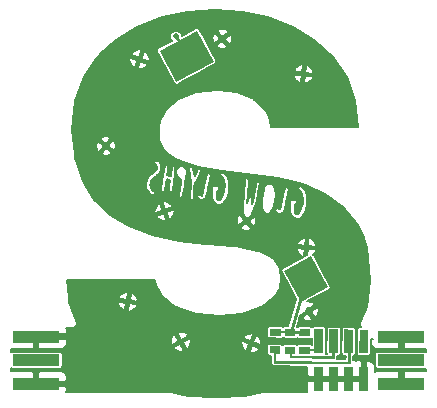
<source format=gbl>
G04 #@! TF.FileFunction,Copper,L2,Bot,Signal*
%FSLAX46Y46*%
G04 Gerber Fmt 4.6, Leading zero omitted, Abs format (unit mm)*
G04 Created by KiCad (PCBNEW 4.0.0-rc2-stable) date 3/3/2016 3:47:34 PM*
%MOMM*%
G01*
G04 APERTURE LIST*
%ADD10C,0.150000*%
%ADD11C,0.500000*%
%ADD12R,4.000000X1.000000*%
%ADD13C,0.600000*%
%ADD14C,0.254000*%
%ADD15C,0.152400*%
G04 APERTURE END LIST*
D10*
D11*
X56801541Y-43228719D03*
X61262444Y-46630067D03*
X67237999Y-46754055D03*
X72090264Y-44062519D03*
X71897661Y-38648461D03*
X66832275Y-36398767D03*
X59879672Y-35597884D03*
X54936597Y-30066136D03*
X57762429Y-22732744D03*
X64773948Y-20995257D03*
X71668911Y-23968361D03*
D12*
X79943790Y-50192200D03*
X79943790Y-48192200D03*
X79943790Y-46192200D03*
D13*
X78943790Y-50192200D03*
X78943790Y-48192200D03*
X78943790Y-46192200D03*
D12*
X49020840Y-46192200D03*
X49020840Y-48192200D03*
X49020840Y-50192200D03*
D13*
X50020840Y-46192200D03*
X50020840Y-48192200D03*
X50020840Y-50192200D03*
D10*
G36*
X71422763Y-43254034D02*
X70005837Y-40609734D01*
X72297563Y-39381732D01*
X73714489Y-42026032D01*
X71422763Y-43254034D01*
X71422763Y-43254034D01*
G37*
G36*
X60874642Y-24627516D02*
X59457716Y-21983217D01*
X62630876Y-20282906D01*
X64047802Y-22927205D01*
X60874642Y-24627516D01*
X60874642Y-24627516D01*
G37*
D11*
X60855372Y-20780488D03*
D10*
G36*
X72522138Y-50761618D02*
X72542811Y-48761725D01*
X73302770Y-48769580D01*
X73282097Y-50769473D01*
X72522138Y-50761618D01*
X72522138Y-50761618D01*
G37*
G36*
X73792070Y-50774745D02*
X73812743Y-48774852D01*
X74572702Y-48782707D01*
X74552029Y-50782600D01*
X73792070Y-50774745D01*
X73792070Y-50774745D01*
G37*
G36*
X75062002Y-50787872D02*
X75082675Y-48787979D01*
X75842634Y-48795834D01*
X75821961Y-50795727D01*
X75062002Y-50787872D01*
X75062002Y-50787872D01*
G37*
G36*
X76331934Y-50800999D02*
X76352607Y-48801106D01*
X77112566Y-48808961D01*
X77091893Y-50808854D01*
X76331934Y-50800999D01*
X76331934Y-50800999D01*
G37*
G36*
X72555214Y-47561789D02*
X72575887Y-45561896D01*
X73335846Y-45569751D01*
X73315173Y-47569644D01*
X72555214Y-47561789D01*
X72555214Y-47561789D01*
G37*
G36*
X73825146Y-47574916D02*
X73845819Y-45575023D01*
X74605778Y-45582878D01*
X74585105Y-47582771D01*
X73825146Y-47574916D01*
X73825146Y-47574916D01*
G37*
G36*
X75095078Y-47588043D02*
X75115751Y-45588150D01*
X75875710Y-45596005D01*
X75855037Y-47595898D01*
X75095078Y-47588043D01*
X75095078Y-47588043D01*
G37*
G36*
X76375010Y-47601273D02*
X76395682Y-45601380D01*
X77135642Y-45609029D01*
X77114970Y-47608922D01*
X76375010Y-47601273D01*
X76375010Y-47601273D01*
G37*
G36*
X71304752Y-46148789D02*
X71310954Y-45548821D01*
X72210906Y-45558123D01*
X72204704Y-46158091D01*
X71304752Y-46148789D01*
X71304752Y-46148789D01*
G37*
G36*
X71289248Y-47648708D02*
X71295450Y-47048740D01*
X72195402Y-47058042D01*
X72189200Y-47658010D01*
X71289248Y-47648708D01*
X71289248Y-47648708D01*
G37*
G36*
X70039314Y-47635788D02*
X70045516Y-47035820D01*
X70945468Y-47045122D01*
X70939266Y-47645090D01*
X70039314Y-47635788D01*
X70039314Y-47635788D01*
G37*
G36*
X70054819Y-46135868D02*
X70061021Y-45535900D01*
X70960973Y-45545202D01*
X70954771Y-46145170D01*
X70054819Y-46135868D01*
X70054819Y-46135868D01*
G37*
G36*
X68804885Y-46122948D02*
X68811087Y-45522980D01*
X69711039Y-45532282D01*
X69704837Y-46132250D01*
X68804885Y-46122948D01*
X68804885Y-46122948D01*
G37*
G36*
X68789381Y-47622868D02*
X68795583Y-47022900D01*
X69695535Y-47032202D01*
X69689333Y-47632170D01*
X68789381Y-47622868D01*
X68789381Y-47622868D01*
G37*
G36*
X71941797Y-47405440D02*
X71943865Y-47205451D01*
X72843817Y-47214754D01*
X72841749Y-47414743D01*
X71941797Y-47405440D01*
X71941797Y-47405440D01*
G37*
G36*
X70485156Y-48040418D02*
X70487223Y-47840429D01*
X74287020Y-47879706D01*
X74284953Y-48079695D01*
X70485156Y-48040418D01*
X70485156Y-48040418D01*
G37*
G36*
X69130577Y-48476440D02*
X69132644Y-48276451D01*
X75632297Y-48343636D01*
X75630230Y-48543625D01*
X69130577Y-48476440D01*
X69130577Y-48476440D01*
G37*
G36*
X70486190Y-47940423D02*
X70490325Y-47540444D01*
X70690314Y-47542511D01*
X70686179Y-47942490D01*
X70486190Y-47940423D01*
X70486190Y-47940423D01*
G37*
G36*
X74085997Y-47977634D02*
X74090132Y-47577655D01*
X74290121Y-47579722D01*
X74285986Y-47979701D01*
X74085997Y-47977634D01*
X74085997Y-47977634D01*
G37*
G36*
X75431791Y-48391566D02*
X75440060Y-47591609D01*
X75640049Y-47593676D01*
X75631780Y-48393633D01*
X75431791Y-48391566D01*
X75431791Y-48391566D01*
G37*
G36*
X69132127Y-48326448D02*
X69140396Y-47526491D01*
X69340385Y-47528558D01*
X69332116Y-48328515D01*
X69132127Y-48326448D01*
X69132127Y-48326448D01*
G37*
G36*
X69556913Y-45930710D02*
X69558980Y-45730721D01*
X71558873Y-45751394D01*
X71556806Y-45951383D01*
X69556913Y-45930710D01*
X69556913Y-45930710D01*
G37*
D14*
X61750000Y-22460000D02*
X60860000Y-20780000D01*
X61750000Y-22460000D02*
X60860000Y-20780000D01*
X61750000Y-22460000D02*
X60860000Y-20780000D01*
X61750000Y-22460000D02*
X60860000Y-20780000D01*
X61750000Y-22460000D02*
X60860000Y-20780000D01*
X61750000Y-22460000D02*
X60860000Y-20780000D01*
X61750000Y-22460000D02*
X60860000Y-20780000D01*
X61750000Y-22460000D02*
X60860000Y-20780000D01*
X61750000Y-22460000D02*
X60860000Y-20780000D01*
X71860000Y-41320000D02*
X70560000Y-45840000D01*
X71860000Y-41320000D02*
X70560000Y-45840000D01*
X71860000Y-41320000D02*
X70560000Y-45840000D01*
X71860000Y-41320000D02*
X70560000Y-45840000D01*
X71860000Y-41320000D02*
X70560000Y-45840000D01*
X71860000Y-41320000D02*
X70560000Y-45840000D01*
X71860000Y-41320000D02*
X70560000Y-45840000D01*
X71860000Y-41320000D02*
X70560000Y-45840000D01*
X71860000Y-41320000D02*
X70560000Y-45840000D01*
D15*
G36*
X66410983Y-18696576D02*
X68650765Y-19177933D01*
X70737761Y-19971579D01*
X72571946Y-21074043D01*
X74107640Y-22493101D01*
X75290083Y-24227997D01*
X76035919Y-26281470D01*
X76234252Y-28411400D01*
X68906769Y-28411400D01*
X68846562Y-27916364D01*
X68833676Y-27877135D01*
X68824588Y-27836850D01*
X68544588Y-27206850D01*
X68515261Y-27165295D01*
X68487000Y-27123000D01*
X67517000Y-26153000D01*
X67472729Y-26123420D01*
X67428614Y-26093444D01*
X66058615Y-25513444D01*
X66020176Y-25505487D01*
X65982853Y-25493344D01*
X64382853Y-25303344D01*
X64350674Y-25305864D01*
X64318507Y-25303186D01*
X62648506Y-25493186D01*
X62616318Y-25503484D01*
X62582951Y-25508850D01*
X61102951Y-26058850D01*
X61058735Y-26086090D01*
X61014059Y-26112530D01*
X59954059Y-27062529D01*
X59924855Y-27101450D01*
X59894067Y-27139100D01*
X59564067Y-27759100D01*
X59552366Y-27797917D01*
X59536810Y-27835362D01*
X59396810Y-28535362D01*
X59396776Y-28567867D01*
X59391578Y-28599944D01*
X59421578Y-29439944D01*
X59433052Y-29488501D01*
X59442944Y-29537426D01*
X59722944Y-30207426D01*
X59749195Y-30246447D01*
X59773314Y-30286812D01*
X60243314Y-30806812D01*
X60274257Y-30829827D01*
X60302342Y-30856252D01*
X60942342Y-31256252D01*
X60974816Y-31268559D01*
X61005203Y-31285382D01*
X62695204Y-31825382D01*
X62716607Y-31827809D01*
X62736826Y-31835234D01*
X64776826Y-32155234D01*
X64779399Y-32155129D01*
X64781833Y-32155973D01*
X69468784Y-32804168D01*
X71592982Y-33305715D01*
X73453388Y-34094683D01*
X75017405Y-35204941D01*
X76234307Y-36711582D01*
X76689600Y-37622168D01*
X77005447Y-38703704D01*
X77279672Y-41377402D01*
X76997897Y-43699615D01*
X76451846Y-45045242D01*
X76441818Y-45097622D01*
X76431400Y-45150000D01*
X76431599Y-45151003D01*
X76431407Y-45152008D01*
X76442196Y-45204278D01*
X76452607Y-45256616D01*
X76453176Y-45257467D01*
X76453382Y-45258467D01*
X76483339Y-45302610D01*
X76513000Y-45347000D01*
X76513850Y-45347568D01*
X76514424Y-45348414D01*
X76547017Y-45369853D01*
X76398091Y-45368314D01*
X76313217Y-45383378D01*
X76234899Y-45432637D01*
X76181916Y-45508485D01*
X76162616Y-45598971D01*
X76141944Y-47598864D01*
X76157008Y-47683738D01*
X76206267Y-47762056D01*
X76282115Y-47815039D01*
X76372601Y-47834339D01*
X77112561Y-47841988D01*
X77197435Y-47826924D01*
X77275753Y-47777665D01*
X77328736Y-47701817D01*
X77348036Y-47611331D01*
X77360867Y-46370002D01*
X77505638Y-46370002D01*
X77359590Y-46516050D01*
X77359590Y-46808405D01*
X77448529Y-47023123D01*
X77612868Y-47187461D01*
X77827586Y-47276400D01*
X79619940Y-47276400D01*
X79765990Y-47130350D01*
X79765990Y-46538598D01*
X79843202Y-46253867D01*
X79809836Y-45994400D01*
X80121590Y-45994400D01*
X80121590Y-46014400D01*
X80141590Y-46014400D01*
X80141590Y-46370000D01*
X80121590Y-46370000D01*
X80121590Y-47130350D01*
X80267640Y-47276400D01*
X81981400Y-47276400D01*
X81981400Y-47466738D01*
X81943790Y-47459122D01*
X77943790Y-47459122D01*
X77859076Y-47475062D01*
X77781272Y-47525128D01*
X77729075Y-47601520D01*
X77710712Y-47692200D01*
X77710712Y-48692200D01*
X77726652Y-48776914D01*
X77776718Y-48854718D01*
X77853110Y-48906915D01*
X77943790Y-48925278D01*
X81943790Y-48925278D01*
X81981400Y-48918201D01*
X81981400Y-49108000D01*
X80267640Y-49108000D01*
X80121590Y-49254050D01*
X80121590Y-50014400D01*
X80141590Y-50014400D01*
X80141590Y-50370000D01*
X80121590Y-50370000D01*
X80121590Y-50390000D01*
X79806286Y-50390000D01*
X79843202Y-50253867D01*
X79798337Y-49904983D01*
X79765990Y-49826890D01*
X79765990Y-49254050D01*
X79619940Y-49108000D01*
X77827586Y-49108000D01*
X77693131Y-49163693D01*
X77695534Y-48931198D01*
X77697936Y-48698802D01*
X77611221Y-48483176D01*
X77448590Y-48317147D01*
X77234803Y-48225994D01*
X77062457Y-48224212D01*
X76914906Y-48368745D01*
X76901878Y-49629027D01*
X76921877Y-49629234D01*
X76918202Y-49984815D01*
X76898203Y-49984608D01*
X76897996Y-50004607D01*
X76542415Y-50000932D01*
X76542622Y-49980933D01*
X76268587Y-49978100D01*
X75628271Y-49971481D01*
X75628064Y-49991480D01*
X75272483Y-49987805D01*
X75272690Y-49967806D01*
X74998655Y-49964973D01*
X74358339Y-49958354D01*
X74358132Y-49978353D01*
X74002551Y-49974678D01*
X74002758Y-49954679D01*
X73728723Y-49951846D01*
X73088407Y-49945227D01*
X73088200Y-49965226D01*
X72732619Y-49961551D01*
X72732826Y-49941552D01*
X72092510Y-49934933D01*
X71944958Y-50079466D01*
X71939170Y-50639381D01*
X71936772Y-50871400D01*
X68270000Y-50871400D01*
X68242078Y-50876954D01*
X68213614Y-50877166D01*
X66732591Y-51183244D01*
X64310071Y-51340806D01*
X61907857Y-51183284D01*
X60447116Y-50877318D01*
X60418284Y-50877026D01*
X60390000Y-50871400D01*
X51578947Y-50871400D01*
X51605040Y-50808405D01*
X51605040Y-50516050D01*
X51458990Y-50370000D01*
X50888760Y-50370000D01*
X50920252Y-50253867D01*
X50889458Y-50014400D01*
X51458990Y-50014400D01*
X51605040Y-49868350D01*
X51605040Y-49575995D01*
X51516101Y-49361277D01*
X51351762Y-49196939D01*
X51137044Y-49108000D01*
X49344690Y-49108000D01*
X49198640Y-49254050D01*
X49198640Y-49845802D01*
X49121428Y-50130533D01*
X49154794Y-50390000D01*
X48843040Y-50390000D01*
X48843040Y-50370000D01*
X48823040Y-50370000D01*
X48823040Y-50014400D01*
X48843040Y-50014400D01*
X48843040Y-49254050D01*
X48696990Y-49108000D01*
X46908600Y-49108000D01*
X46908600Y-48892184D01*
X46930160Y-48906915D01*
X47020840Y-48925278D01*
X51020840Y-48925278D01*
X51105554Y-48909338D01*
X51183358Y-48859272D01*
X51235555Y-48782880D01*
X51253918Y-48692200D01*
X51253918Y-47692200D01*
X51240420Y-47620459D01*
X68556315Y-47620459D01*
X68571379Y-47705333D01*
X68620638Y-47783651D01*
X68696486Y-47836634D01*
X68786972Y-47855934D01*
X68903887Y-47857142D01*
X68899334Y-48297697D01*
X68897511Y-48474031D01*
X68912575Y-48558905D01*
X68961834Y-48637223D01*
X69037682Y-48690206D01*
X69128168Y-48709506D01*
X71958817Y-48738766D01*
X71957441Y-48871885D01*
X71951653Y-49431800D01*
X72096185Y-49579352D01*
X72736501Y-49585971D01*
X72736708Y-49565972D01*
X73092289Y-49569647D01*
X73092082Y-49589646D01*
X73366117Y-49592479D01*
X74006433Y-49599098D01*
X74006640Y-49579099D01*
X74362221Y-49582774D01*
X74362014Y-49602773D01*
X74636049Y-49605606D01*
X75276365Y-49612225D01*
X75276572Y-49592226D01*
X75632153Y-49595901D01*
X75631946Y-49615900D01*
X75905981Y-49618733D01*
X76546297Y-49625352D01*
X76559325Y-48365069D01*
X76414792Y-48217517D01*
X76242446Y-48215736D01*
X76103064Y-48271789D01*
X75964871Y-48212867D01*
X75866750Y-48211852D01*
X75870741Y-47825749D01*
X75937502Y-47813900D01*
X76015820Y-47764641D01*
X76068803Y-47688793D01*
X76088103Y-47598307D01*
X76108776Y-45598414D01*
X76093712Y-45513540D01*
X76044453Y-45435222D01*
X75968605Y-45382239D01*
X75878119Y-45362939D01*
X75118160Y-45355084D01*
X75033286Y-45370148D01*
X74954968Y-45419407D01*
X74901985Y-45495255D01*
X74882685Y-45585741D01*
X74862012Y-47585634D01*
X74877076Y-47670508D01*
X74926335Y-47748826D01*
X75002183Y-47801809D01*
X75092669Y-47821109D01*
X75204585Y-47822266D01*
X75201651Y-48106094D01*
X74514417Y-48098990D01*
X74518019Y-48082104D01*
X74520086Y-47882115D01*
X74520086Y-47882114D01*
X74520778Y-47815197D01*
X74582696Y-47815837D01*
X74667570Y-47800773D01*
X74745888Y-47751514D01*
X74798871Y-47675666D01*
X74818171Y-47585180D01*
X74838844Y-45585287D01*
X74823780Y-45500413D01*
X74774521Y-45422095D01*
X74698673Y-45369112D01*
X74608187Y-45349812D01*
X73848228Y-45341957D01*
X73763354Y-45357021D01*
X73685036Y-45406280D01*
X73632053Y-45482128D01*
X73612753Y-45572614D01*
X73592080Y-47572507D01*
X73603980Y-47639555D01*
X73533996Y-47638831D01*
X73548239Y-47572053D01*
X73568912Y-45572160D01*
X73553848Y-45487286D01*
X73504589Y-45408968D01*
X73428741Y-45355985D01*
X73338255Y-45336685D01*
X72578296Y-45328830D01*
X72493422Y-45343894D01*
X72415104Y-45393153D01*
X72395062Y-45421845D01*
X72379649Y-45397340D01*
X72303801Y-45344357D01*
X72213315Y-45325057D01*
X71313363Y-45315755D01*
X71228489Y-45330819D01*
X71150171Y-45380078D01*
X71137971Y-45397543D01*
X71129716Y-45384419D01*
X71072534Y-45344475D01*
X71243441Y-44750242D01*
X71589802Y-44750242D01*
X71891078Y-44889411D01*
X72222678Y-44902692D01*
X72367934Y-44866462D01*
X72402239Y-44694169D01*
X72064151Y-44237356D01*
X71607338Y-44575445D01*
X71589802Y-44750242D01*
X71243441Y-44750242D01*
X71357311Y-44354324D01*
X71458614Y-44374494D01*
X71844861Y-44088632D01*
X72265101Y-44088632D01*
X72603190Y-44545445D01*
X72777987Y-44562981D01*
X72917156Y-44261705D01*
X72930437Y-43930105D01*
X72894207Y-43784849D01*
X72721914Y-43750544D01*
X72265101Y-44088632D01*
X71844861Y-44088632D01*
X71915427Y-44036406D01*
X71881919Y-43991132D01*
X72060657Y-43812394D01*
X72116377Y-43887682D01*
X72573190Y-43549593D01*
X72590726Y-43374796D01*
X72289450Y-43235627D01*
X71974168Y-43223000D01*
X73824574Y-42231475D01*
X73891715Y-42177414D01*
X73936648Y-42096536D01*
X73946575Y-42004549D01*
X73919932Y-41915947D01*
X72503006Y-39271647D01*
X72481886Y-39245417D01*
X72623101Y-39092489D01*
X72689715Y-38958420D01*
X72580805Y-38820579D01*
X72013821Y-38781716D01*
X71979123Y-39287934D01*
X69895752Y-40404291D01*
X69828611Y-40458352D01*
X69783678Y-40539230D01*
X69773751Y-40631217D01*
X69800394Y-40719819D01*
X71012182Y-42981285D01*
X70343646Y-45305730D01*
X70063430Y-45302834D01*
X69978556Y-45317898D01*
X69900238Y-45367157D01*
X69888037Y-45384624D01*
X69879782Y-45371499D01*
X69803934Y-45318516D01*
X69713448Y-45299216D01*
X68813496Y-45289914D01*
X68728622Y-45304978D01*
X68650304Y-45354237D01*
X68597321Y-45430085D01*
X68578021Y-45520571D01*
X68571819Y-46120539D01*
X68586883Y-46205413D01*
X68636142Y-46283731D01*
X68711990Y-46336714D01*
X68802476Y-46356014D01*
X69702428Y-46365316D01*
X69787302Y-46350252D01*
X69865620Y-46300993D01*
X69877821Y-46283526D01*
X69886076Y-46296651D01*
X69961924Y-46349634D01*
X70052410Y-46368934D01*
X70952362Y-46378236D01*
X71037236Y-46363172D01*
X71115554Y-46313913D01*
X71127754Y-46296448D01*
X71136009Y-46309572D01*
X71211857Y-46362555D01*
X71302343Y-46381855D01*
X72202295Y-46391157D01*
X72287169Y-46376093D01*
X72334689Y-46346205D01*
X72329244Y-46872879D01*
X72288297Y-46844276D01*
X72197811Y-46824976D01*
X71297859Y-46815674D01*
X71212985Y-46830738D01*
X71134667Y-46879997D01*
X71122466Y-46897464D01*
X71114211Y-46884339D01*
X71038363Y-46831356D01*
X70947877Y-46812056D01*
X70047925Y-46802754D01*
X69963051Y-46817818D01*
X69884733Y-46867077D01*
X69872532Y-46884543D01*
X69864278Y-46871419D01*
X69788430Y-46818436D01*
X69697944Y-46799136D01*
X68797992Y-46789834D01*
X68713118Y-46804898D01*
X68634800Y-46854157D01*
X68581817Y-46930005D01*
X68562517Y-47020491D01*
X68556315Y-47620459D01*
X51240420Y-47620459D01*
X51237978Y-47607486D01*
X51187912Y-47529682D01*
X51111520Y-47477485D01*
X51020840Y-47459122D01*
X47020840Y-47459122D01*
X46936126Y-47475062D01*
X46908600Y-47492775D01*
X46908600Y-47276400D01*
X48696990Y-47276400D01*
X48843040Y-47130350D01*
X48843040Y-46370000D01*
X48823040Y-46370000D01*
X48823040Y-46014400D01*
X48843040Y-46014400D01*
X48843040Y-45994400D01*
X49158344Y-45994400D01*
X49121428Y-46130533D01*
X49166293Y-46479417D01*
X49198640Y-46557510D01*
X49198640Y-47130350D01*
X49344690Y-47276400D01*
X51137044Y-47276400D01*
X51187428Y-47255530D01*
X60686058Y-47255530D01*
X60969286Y-47428493D01*
X61297146Y-47479902D01*
X61445609Y-47460654D01*
X61452182Y-47440277D01*
X67078595Y-47440277D01*
X67151358Y-47600174D01*
X67481749Y-47568924D01*
X67775031Y-47413616D01*
X67882353Y-47309242D01*
X67825344Y-47143075D01*
X67303368Y-46918301D01*
X67078595Y-47440277D01*
X61452182Y-47440277D01*
X61499543Y-47293463D01*
X61216355Y-46800730D01*
X60723621Y-47083918D01*
X60686058Y-47255530D01*
X51187428Y-47255530D01*
X51351762Y-47187461D01*
X51516101Y-47023123D01*
X51605040Y-46808405D01*
X51605040Y-46664769D01*
X60412609Y-46664769D01*
X60431857Y-46813232D01*
X60599048Y-46867166D01*
X60931395Y-46676156D01*
X61433107Y-46676156D01*
X61716295Y-47168890D01*
X61887907Y-47206453D01*
X62060870Y-46923225D01*
X62100981Y-46667414D01*
X66391880Y-46667414D01*
X66423130Y-46997805D01*
X66578438Y-47291087D01*
X66682812Y-47398409D01*
X66848979Y-47341400D01*
X67073753Y-46819424D01*
X66770149Y-46688686D01*
X67402245Y-46688686D01*
X67924221Y-46913459D01*
X68084118Y-46840696D01*
X68052868Y-46510305D01*
X67897560Y-46217023D01*
X67793186Y-46109701D01*
X67627019Y-46166710D01*
X67402245Y-46688686D01*
X66770149Y-46688686D01*
X66551777Y-46594651D01*
X66391880Y-46667414D01*
X62100981Y-46667414D01*
X62112279Y-46595365D01*
X62093031Y-46446902D01*
X61925840Y-46392968D01*
X61433107Y-46676156D01*
X60931395Y-46676156D01*
X61091781Y-46583978D01*
X60808593Y-46091244D01*
X60636981Y-46053681D01*
X60464018Y-46336909D01*
X60412609Y-46664769D01*
X51605040Y-46664769D01*
X51605040Y-46516050D01*
X51458990Y-46370000D01*
X50888760Y-46370000D01*
X50920252Y-46253867D01*
X50889458Y-46014400D01*
X51458990Y-46014400D01*
X51506719Y-45966671D01*
X61025345Y-45966671D01*
X61308533Y-46459404D01*
X61761853Y-46198868D01*
X66593645Y-46198868D01*
X66650654Y-46365035D01*
X67172630Y-46589809D01*
X67397403Y-46067833D01*
X67324640Y-45907936D01*
X66994249Y-45939186D01*
X66700967Y-46094494D01*
X66593645Y-46198868D01*
X61761853Y-46198868D01*
X61801267Y-46176216D01*
X61838830Y-46004604D01*
X61555602Y-45831641D01*
X61227742Y-45780232D01*
X61079279Y-45799480D01*
X61025345Y-45966671D01*
X51506719Y-45966671D01*
X51605040Y-45868350D01*
X51605040Y-45575995D01*
X51543987Y-45428600D01*
X52170000Y-45428600D01*
X52220471Y-45418561D01*
X52271140Y-45409593D01*
X52273670Y-45407979D01*
X52276616Y-45407393D01*
X52319411Y-45378798D01*
X52362784Y-45351128D01*
X52364505Y-45348667D01*
X52367000Y-45347000D01*
X52395590Y-45304212D01*
X52425077Y-45262043D01*
X52425725Y-45259113D01*
X52427393Y-45256616D01*
X52437431Y-45206153D01*
X52448538Y-45155901D01*
X52448015Y-45152943D01*
X52448600Y-45150000D01*
X52438561Y-45099529D01*
X52429593Y-45048860D01*
X51843650Y-43544939D01*
X51823363Y-43332765D01*
X55957385Y-43332765D01*
X56061459Y-43647890D01*
X56278204Y-43899199D01*
X56403865Y-43980569D01*
X56480223Y-43933208D01*
X56799029Y-43933208D01*
X56905587Y-44072875D01*
X57220712Y-43968801D01*
X57472021Y-43752056D01*
X57553391Y-43626395D01*
X57460794Y-43477105D01*
X56901860Y-43374273D01*
X56799029Y-43933208D01*
X56480223Y-43933208D01*
X56553155Y-43887972D01*
X56655987Y-43329038D01*
X56097052Y-43226207D01*
X55957385Y-43332765D01*
X51823363Y-43332765D01*
X51803823Y-43128400D01*
X56947095Y-43128400D01*
X57506030Y-43231231D01*
X57645697Y-43124673D01*
X57541623Y-42809548D01*
X57324878Y-42558239D01*
X57199217Y-42476869D01*
X57049927Y-42569466D01*
X56947095Y-43128400D01*
X51803823Y-43128400D01*
X51775390Y-42831043D01*
X56049691Y-42831043D01*
X56142288Y-42980333D01*
X56701222Y-43083165D01*
X56804053Y-42524230D01*
X56697495Y-42384563D01*
X56382370Y-42488637D01*
X56131061Y-42705382D01*
X56049691Y-42831043D01*
X51775390Y-42831043D01*
X51636510Y-41378600D01*
X59109752Y-41378600D01*
X59184428Y-41880963D01*
X59200092Y-41924700D01*
X59213207Y-41969272D01*
X59543207Y-42599272D01*
X59543880Y-42600106D01*
X59544190Y-42601132D01*
X59577994Y-42642391D01*
X59611464Y-42683876D01*
X59612405Y-42684389D01*
X59613084Y-42685218D01*
X60793084Y-43655217D01*
X60836299Y-43678361D01*
X60878596Y-43703179D01*
X62548597Y-44283179D01*
X62581702Y-44287774D01*
X62613724Y-44297358D01*
X64513724Y-44477358D01*
X64540493Y-44474621D01*
X64567272Y-44477262D01*
X66397272Y-44297262D01*
X66429101Y-44287611D01*
X66462036Y-44282959D01*
X68062036Y-43722959D01*
X68103200Y-43698673D01*
X68145463Y-43676404D01*
X69255463Y-42776404D01*
X69289961Y-42734872D01*
X69324746Y-42693107D01*
X69634746Y-42123107D01*
X69649076Y-42077072D01*
X69665456Y-42031736D01*
X69765456Y-41371736D01*
X69763600Y-41331404D01*
X69765870Y-41291095D01*
X69655870Y-40511095D01*
X69655396Y-40509738D01*
X69655462Y-40508298D01*
X69637465Y-40458471D01*
X69619983Y-40408485D01*
X69619023Y-40407410D01*
X69618534Y-40406057D01*
X69268534Y-39826057D01*
X69235558Y-39789892D01*
X69204040Y-39752450D01*
X68654040Y-39312450D01*
X68623737Y-39296736D01*
X68596080Y-39276735D01*
X67876080Y-38946735D01*
X67843883Y-38939080D01*
X67813253Y-38926537D01*
X67407126Y-38847449D01*
X71070722Y-38847449D01*
X71209818Y-39148759D01*
X71453633Y-39373901D01*
X71587702Y-39440515D01*
X71725543Y-39331605D01*
X71764406Y-38764621D01*
X71197421Y-38725758D01*
X71070722Y-38847449D01*
X67407126Y-38847449D01*
X65913253Y-38556537D01*
X65897196Y-38556602D01*
X65881737Y-38552249D01*
X65626846Y-38532301D01*
X72030916Y-38532301D01*
X72597901Y-38571164D01*
X72724600Y-38449473D01*
X72585504Y-38148163D01*
X72341689Y-37923021D01*
X72207620Y-37856407D01*
X72069779Y-37965317D01*
X72030916Y-38532301D01*
X65626846Y-38532301D01*
X63586861Y-38372650D01*
X63291304Y-38338502D01*
X71105607Y-38338502D01*
X71214517Y-38476343D01*
X71781501Y-38515206D01*
X71820364Y-37948221D01*
X71698673Y-37821522D01*
X71397363Y-37960618D01*
X71172221Y-38204433D01*
X71105607Y-38338502D01*
X63291304Y-38338502D01*
X61095943Y-38084855D01*
X58848551Y-37592006D01*
X57544581Y-37109536D01*
X66365122Y-37109536D01*
X66672681Y-37234204D01*
X67004538Y-37231684D01*
X67147904Y-37188579D01*
X67173968Y-37014849D01*
X66814515Y-36574649D01*
X66374315Y-36934102D01*
X66365122Y-37109536D01*
X57544581Y-37109536D01*
X56891746Y-36867987D01*
X55668534Y-36125323D01*
X59212415Y-36125323D01*
X59465049Y-36340523D01*
X59780806Y-36442662D01*
X59930451Y-36446911D01*
X60009912Y-36290234D01*
X59807415Y-35759219D01*
X59276400Y-35961716D01*
X59212415Y-36125323D01*
X55668534Y-36125323D01*
X55261029Y-35877910D01*
X55023099Y-35648663D01*
X59030645Y-35648663D01*
X59187322Y-35728124D01*
X59339372Y-35670141D01*
X60041007Y-35670141D01*
X60243504Y-36201156D01*
X60407111Y-36265141D01*
X60429231Y-36239173D01*
X65996838Y-36239173D01*
X65999358Y-36571030D01*
X66042463Y-36714396D01*
X66216193Y-36740460D01*
X66612893Y-36416527D01*
X67008157Y-36416527D01*
X67367610Y-36856727D01*
X67543044Y-36865920D01*
X67667712Y-36558361D01*
X67665192Y-36226504D01*
X67622087Y-36083138D01*
X67448357Y-36057074D01*
X67008157Y-36416527D01*
X66612893Y-36416527D01*
X66656393Y-36381007D01*
X66296940Y-35940807D01*
X66121506Y-35931614D01*
X65996838Y-36239173D01*
X60429231Y-36239173D01*
X60622311Y-36012507D01*
X60696652Y-35782685D01*
X66490582Y-35782685D01*
X66850035Y-36222885D01*
X67290235Y-35863432D01*
X67296954Y-35735203D01*
X67378170Y-35639221D01*
X67390527Y-35618852D01*
X67570527Y-35178852D01*
X67573748Y-35169174D01*
X67621595Y-34985146D01*
X68113955Y-34985146D01*
X68114266Y-34998415D01*
X68154266Y-35358415D01*
X68159822Y-35379691D01*
X68269822Y-35639691D01*
X68286118Y-35663882D01*
X68376118Y-35753882D01*
X68415056Y-35774720D01*
X68515056Y-35794720D01*
X68530000Y-35796200D01*
X68610000Y-35796200D01*
X68647806Y-35786160D01*
X68787806Y-35706160D01*
X68807346Y-35690178D01*
X68877346Y-35610178D01*
X68894103Y-35577752D01*
X68895172Y-35547523D01*
X68886214Y-35524030D01*
X68914037Y-35522310D01*
X68934796Y-35510403D01*
X69243801Y-35510403D01*
X69249961Y-35540017D01*
X69279961Y-35610017D01*
X69303218Y-35640149D01*
X69483218Y-35780149D01*
X69496283Y-35788335D01*
X69525525Y-35796069D01*
X69695525Y-35806069D01*
X69715050Y-35804699D01*
X69742926Y-35792959D01*
X69962926Y-35642959D01*
X69978979Y-35628249D01*
X69993104Y-35601501D01*
X70043104Y-35431501D01*
X70044128Y-35427649D01*
X70144128Y-35007649D01*
X70144946Y-35003766D01*
X70184154Y-34790296D01*
X70474499Y-34790296D01*
X70503800Y-35005170D01*
X70503800Y-35620000D01*
X70506485Y-35640050D01*
X70566485Y-35860050D01*
X70583160Y-35890750D01*
X70833160Y-36170750D01*
X70870608Y-36193691D01*
X71060608Y-36243691D01*
X71073101Y-36245887D01*
X71183101Y-36255887D01*
X71225357Y-36247500D01*
X71435357Y-36137500D01*
X71461523Y-36114959D01*
X71651523Y-35854959D01*
X71659488Y-35841270D01*
X71839488Y-35441270D01*
X71842830Y-35432409D01*
X71922830Y-35172409D01*
X71923925Y-35168481D01*
X71933925Y-35128481D01*
X71936069Y-35114475D01*
X71956069Y-34774475D01*
X71956091Y-34765924D01*
X71926091Y-34205924D01*
X71922290Y-34185903D01*
X71792290Y-33795903D01*
X71773882Y-33766118D01*
X71543882Y-33536118D01*
X71508481Y-33516075D01*
X71348481Y-33476075D01*
X71315056Y-33475280D01*
X71265056Y-33485280D01*
X71226118Y-33506118D01*
X71156118Y-33576118D01*
X71138707Y-33603097D01*
X71133857Y-33632953D01*
X71141005Y-33662344D01*
X71159025Y-33686639D01*
X71448299Y-33946985D01*
X71545841Y-34142069D01*
X71603216Y-34639320D01*
X71564567Y-34929187D01*
X71545372Y-35053956D01*
X71448307Y-35403390D01*
X71295991Y-35727060D01*
X71207172Y-35823954D01*
X71185100Y-35831311D01*
X71031004Y-35800492D01*
X70952333Y-35707517D01*
X70896780Y-35318649D01*
X70925068Y-35054635D01*
X70935743Y-35017273D01*
X71073169Y-34922792D01*
X71100197Y-34889646D01*
X71106200Y-34860000D01*
X71106200Y-34830000D01*
X71104720Y-34815056D01*
X71094720Y-34765056D01*
X71073882Y-34726118D01*
X71003882Y-34656118D01*
X70991394Y-34646024D01*
X70963242Y-34634959D01*
X70793242Y-34604959D01*
X70789451Y-34604388D01*
X70709451Y-34594388D01*
X70668468Y-34600630D01*
X70558468Y-34650630D01*
X70526598Y-34677732D01*
X70486598Y-34737732D01*
X70476442Y-34760110D01*
X70474499Y-34790296D01*
X70184154Y-34790296D01*
X70234926Y-34513875D01*
X70384926Y-33703875D01*
X70385434Y-33679224D01*
X70375434Y-33609224D01*
X70370447Y-33590954D01*
X70353596Y-33565834D01*
X70328300Y-33549250D01*
X70278300Y-33529250D01*
X70250000Y-33523800D01*
X70220000Y-33523800D01*
X70191700Y-33529250D01*
X70141700Y-33549250D01*
X70114881Y-33567386D01*
X70098753Y-33592975D01*
X69988753Y-33882975D01*
X69984987Y-33896605D01*
X69935029Y-34176369D01*
X69755618Y-35163128D01*
X69685199Y-35421331D01*
X69658618Y-35416015D01*
X69432187Y-35347101D01*
X69411053Y-35343807D01*
X69381327Y-35349401D01*
X69356118Y-35366118D01*
X69266118Y-35456118D01*
X69249648Y-35480725D01*
X69243801Y-35510403D01*
X68934796Y-35510403D01*
X68940275Y-35507261D01*
X68958592Y-35483190D01*
X69108592Y-35173190D01*
X69113442Y-35160314D01*
X69243442Y-34690314D01*
X69245560Y-34679856D01*
X69305560Y-34219856D01*
X69305957Y-34203923D01*
X69265957Y-33703923D01*
X69260338Y-33680692D01*
X69160338Y-33440692D01*
X69146953Y-33419375D01*
X69066953Y-33329375D01*
X69050783Y-33315632D01*
X69022527Y-33304837D01*
X68782527Y-33264837D01*
X68755957Y-33265105D01*
X68595957Y-33295105D01*
X68562055Y-33310774D01*
X68352055Y-33480774D01*
X68339812Y-33493268D01*
X68326373Y-33520366D01*
X68286373Y-33670366D01*
X68284837Y-33677473D01*
X68194878Y-34217227D01*
X68144908Y-34507053D01*
X68143955Y-34515146D01*
X68132536Y-34694030D01*
X68113955Y-34985146D01*
X67621595Y-34985146D01*
X67703748Y-34669174D01*
X67705013Y-34663395D01*
X67905013Y-33543395D01*
X67906076Y-33534347D01*
X67926076Y-33184347D01*
X67925042Y-33166764D01*
X67913980Y-33138612D01*
X67892837Y-33116981D01*
X67864944Y-33105280D01*
X67764944Y-33085280D01*
X67736764Y-33084958D01*
X67708612Y-33096020D01*
X67686981Y-33117163D01*
X67675280Y-33145056D01*
X67657705Y-33232930D01*
X67623840Y-33292194D01*
X67614456Y-33320022D01*
X67544646Y-33848583D01*
X67484896Y-34197125D01*
X67484566Y-34199224D01*
X67474914Y-34266786D01*
X67386143Y-34690914D01*
X67293569Y-34990679D01*
X67295840Y-34967399D01*
X67296181Y-34958307D01*
X67286181Y-34508307D01*
X67283334Y-34489298D01*
X67269502Y-34462398D01*
X67229502Y-34412398D01*
X67194097Y-34387710D01*
X67164097Y-34377710D01*
X67145927Y-34374031D01*
X67115903Y-34377710D01*
X67055903Y-34397710D01*
X67039494Y-34405458D01*
X67017575Y-34426302D01*
X66947575Y-34526302D01*
X66939803Y-34540354D01*
X66933800Y-34570000D01*
X66933800Y-34610000D01*
X66936732Y-34630934D01*
X66950100Y-34677721D01*
X66889791Y-34850780D01*
X66945903Y-34216717D01*
X66946110Y-34213713D01*
X67006110Y-32983713D01*
X67001612Y-32953959D01*
X66961612Y-32843959D01*
X66951586Y-32825127D01*
X66929275Y-32804702D01*
X66900776Y-32794566D01*
X66830776Y-32784566D01*
X66807473Y-32784837D01*
X66747473Y-32794837D01*
X66710472Y-32812091D01*
X66691845Y-32835922D01*
X66671845Y-32875922D01*
X66664007Y-32904394D01*
X66574007Y-34124394D01*
X66573880Y-34126508D01*
X66523880Y-35216508D01*
X66523931Y-35224475D01*
X66543931Y-35564475D01*
X66549401Y-35588673D01*
X66555170Y-35597372D01*
X66516646Y-35608955D01*
X66490582Y-35782685D01*
X60696652Y-35782685D01*
X60724450Y-35696750D01*
X60728699Y-35547105D01*
X60572022Y-35467644D01*
X60041007Y-35670141D01*
X59339372Y-35670141D01*
X59718337Y-35525627D01*
X59515840Y-34994612D01*
X59352233Y-34930627D01*
X59137033Y-35183261D01*
X59034894Y-35499018D01*
X59030645Y-35648663D01*
X55023099Y-35648663D01*
X54251821Y-34905534D01*
X59749432Y-34905534D01*
X59951929Y-35436549D01*
X60482944Y-35234052D01*
X60546929Y-35070445D01*
X60294295Y-34855245D01*
X59978538Y-34753106D01*
X59828893Y-34748857D01*
X59749432Y-34905534D01*
X54251821Y-34905534D01*
X53938546Y-34603693D01*
X53154785Y-33335844D01*
X58324024Y-33335844D01*
X58344024Y-33595844D01*
X58348652Y-33616756D01*
X58438652Y-33856756D01*
X58449388Y-33876180D01*
X58609388Y-34086180D01*
X58621747Y-34098976D01*
X58731747Y-34188976D01*
X58764034Y-34204509D01*
X58904034Y-34234509D01*
X58932527Y-34235163D01*
X58992527Y-34225163D01*
X59009046Y-34220447D01*
X59034166Y-34203596D01*
X59050750Y-34178300D01*
X59070750Y-34128300D01*
X59075434Y-34110776D01*
X59085434Y-34040776D01*
X59079079Y-33997837D01*
X59061124Y-33973495D01*
X58860566Y-33792038D01*
X58859442Y-33790000D01*
X59553800Y-33790000D01*
X59553800Y-33850000D01*
X59561380Y-33883133D01*
X59579677Y-33907219D01*
X59605903Y-33922290D01*
X59665903Y-33942290D01*
X59679224Y-33945434D01*
X59749224Y-33955434D01*
X59760000Y-33956200D01*
X59820000Y-33956200D01*
X59849046Y-33950447D01*
X59874166Y-33933596D01*
X59890750Y-33908300D01*
X59910750Y-33858300D01*
X59915687Y-33838830D01*
X59985440Y-33240943D01*
X60049701Y-32871444D01*
X60194967Y-32921971D01*
X60209224Y-32925434D01*
X60343098Y-32944559D01*
X60284667Y-33328536D01*
X60283815Y-33338476D01*
X60273815Y-33838476D01*
X60276666Y-33860702D01*
X60290498Y-33887602D01*
X60330498Y-33937602D01*
X60349217Y-33954368D01*
X60377473Y-33965163D01*
X60437473Y-33975163D01*
X60450000Y-33976200D01*
X60510000Y-33976200D01*
X60543133Y-33968620D01*
X60567219Y-33950323D01*
X60582290Y-33924097D01*
X60612290Y-33834097D01*
X60615805Y-33817747D01*
X60755805Y-32447747D01*
X60756102Y-32443870D01*
X60759098Y-32384931D01*
X60873969Y-32384931D01*
X60875047Y-32403728D01*
X60886293Y-32431808D01*
X61096293Y-32751808D01*
X61113820Y-32770612D01*
X61290036Y-32904872D01*
X61254160Y-33272601D01*
X61258652Y-33306756D01*
X61278130Y-33358697D01*
X61219540Y-33500987D01*
X61214913Y-33517022D01*
X61074913Y-34327022D01*
X61073800Y-34340000D01*
X61073800Y-34400000D01*
X61079553Y-34429046D01*
X61096404Y-34454166D01*
X61121700Y-34470750D01*
X61171700Y-34490750D01*
X61185056Y-34494720D01*
X61285056Y-34514720D01*
X61310700Y-34515445D01*
X61339209Y-34505338D01*
X61361540Y-34484936D01*
X61374174Y-34457453D01*
X61533586Y-33779952D01*
X61612830Y-33522409D01*
X61613268Y-33479066D01*
X61607247Y-33457993D01*
X61616080Y-33451589D01*
X61631733Y-33425707D01*
X61636083Y-33395773D01*
X61626572Y-33224568D01*
X61714896Y-32724066D01*
X61734720Y-32624944D01*
X61734684Y-32594877D01*
X61722917Y-32567012D01*
X61709144Y-32553614D01*
X61721149Y-32546482D01*
X61739094Y-32522133D01*
X61746151Y-32492720D01*
X61756151Y-32212720D01*
X61750568Y-32181250D01*
X61663057Y-31966450D01*
X61965014Y-31966450D01*
X61965650Y-31996691D01*
X62074743Y-32482651D01*
X62153427Y-33180974D01*
X62134352Y-33400344D01*
X62014866Y-34107301D01*
X62013825Y-34118047D01*
X62003825Y-34508047D01*
X62006795Y-34531155D01*
X62020793Y-34557969D01*
X62044120Y-34577224D01*
X62073101Y-34585887D01*
X62183101Y-34595887D01*
X62210934Y-34593268D01*
X62280934Y-34573268D01*
X62308413Y-34558844D01*
X62327492Y-34535373D01*
X62335937Y-34506328D01*
X62349764Y-34340403D01*
X62633801Y-34340403D01*
X62639961Y-34370017D01*
X62669961Y-34440017D01*
X62693218Y-34470149D01*
X62873218Y-34610149D01*
X62886283Y-34618335D01*
X62915525Y-34626069D01*
X63085525Y-34636069D01*
X63105050Y-34634699D01*
X63132926Y-34622959D01*
X63352926Y-34472959D01*
X63368979Y-34458249D01*
X63383104Y-34431501D01*
X63433104Y-34261501D01*
X63434128Y-34257649D01*
X63534128Y-33837649D01*
X63534946Y-33833766D01*
X63574154Y-33620296D01*
X63864499Y-33620296D01*
X63893800Y-33835170D01*
X63893800Y-34450000D01*
X63896485Y-34470050D01*
X63956485Y-34690050D01*
X63973160Y-34720750D01*
X64223160Y-35000750D01*
X64260608Y-35023691D01*
X64450608Y-35073691D01*
X64463101Y-35075887D01*
X64573101Y-35085887D01*
X64615357Y-35077500D01*
X64825357Y-34967500D01*
X64851523Y-34944959D01*
X65041523Y-34684959D01*
X65049488Y-34671270D01*
X65229488Y-34271270D01*
X65232830Y-34262409D01*
X65312830Y-34002409D01*
X65313925Y-33998481D01*
X65323925Y-33958481D01*
X65326069Y-33944475D01*
X65346069Y-33604475D01*
X65346091Y-33595924D01*
X65316091Y-33035924D01*
X65312290Y-33015903D01*
X65182290Y-32625903D01*
X65163882Y-32596118D01*
X64933882Y-32366118D01*
X64898481Y-32346075D01*
X64738481Y-32306075D01*
X64705056Y-32305280D01*
X64655056Y-32315280D01*
X64616118Y-32336118D01*
X64546118Y-32406118D01*
X64528707Y-32433097D01*
X64523857Y-32462953D01*
X64531005Y-32492344D01*
X64549025Y-32516639D01*
X64838299Y-32776985D01*
X64935841Y-32972069D01*
X64993216Y-33469320D01*
X64954567Y-33759187D01*
X64935521Y-33882986D01*
X64828724Y-34232503D01*
X64675210Y-34558720D01*
X64595340Y-34654564D01*
X64575100Y-34661311D01*
X64421004Y-34630492D01*
X64342333Y-34537517D01*
X64286780Y-34148649D01*
X64315068Y-33884635D01*
X64325743Y-33847273D01*
X64463169Y-33752792D01*
X64490197Y-33719646D01*
X64496200Y-33690000D01*
X64496200Y-33660000D01*
X64494720Y-33645056D01*
X64484720Y-33595056D01*
X64463882Y-33556118D01*
X64393882Y-33486118D01*
X64381394Y-33476024D01*
X64353242Y-33464959D01*
X64183242Y-33434959D01*
X64179451Y-33434388D01*
X64099451Y-33424388D01*
X64060692Y-33429662D01*
X63940692Y-33479662D01*
X63920472Y-33492091D01*
X63901845Y-33515922D01*
X63871845Y-33575922D01*
X63864499Y-33620296D01*
X63574154Y-33620296D01*
X63624926Y-33343875D01*
X63774926Y-32533875D01*
X63775163Y-32507473D01*
X63765163Y-32447473D01*
X63751537Y-32415060D01*
X63729205Y-32394659D01*
X63679205Y-32364659D01*
X63640000Y-32353800D01*
X63610000Y-32353800D01*
X63581700Y-32359250D01*
X63531700Y-32379250D01*
X63504881Y-32397386D01*
X63488753Y-32422975D01*
X63378753Y-32712975D01*
X63374987Y-32726605D01*
X63325029Y-33006369D01*
X63145618Y-33993128D01*
X63075199Y-34251331D01*
X63048177Y-34245927D01*
X62811336Y-34176848D01*
X62786577Y-34173877D01*
X62757230Y-34181206D01*
X62733047Y-34199375D01*
X62653047Y-34289375D01*
X62639648Y-34310725D01*
X62633801Y-34340403D01*
X62349764Y-34340403D01*
X62415740Y-33548688D01*
X62471049Y-33170744D01*
X62497602Y-33149502D01*
X62517049Y-33126206D01*
X62787049Y-32626206D01*
X62789881Y-32620383D01*
X62989881Y-32160383D01*
X62992290Y-32154097D01*
X63012290Y-32094097D01*
X63015866Y-32062872D01*
X63007116Y-32033918D01*
X62987790Y-32010649D01*
X62960934Y-31996732D01*
X62890934Y-31976732D01*
X62865123Y-31973956D01*
X62835922Y-31981845D01*
X62775922Y-32011845D01*
X62744980Y-32040266D01*
X62524980Y-32400266D01*
X62521845Y-32405922D01*
X62433108Y-32583397D01*
X62394939Y-32376195D01*
X62393925Y-32371519D01*
X62283925Y-31931519D01*
X62268538Y-31901218D01*
X62218538Y-31841218D01*
X62203140Y-31827188D01*
X62175304Y-31815353D01*
X62145056Y-31815280D01*
X62095056Y-31825280D01*
X62076694Y-31831464D01*
X62052654Y-31849822D01*
X61982654Y-31929822D01*
X61965014Y-31966450D01*
X61663057Y-31966450D01*
X61640568Y-31911250D01*
X61616460Y-31879602D01*
X61486460Y-31779602D01*
X61456530Y-31765615D01*
X61366530Y-31745615D01*
X61360776Y-31744566D01*
X61290776Y-31734566D01*
X61253959Y-31738388D01*
X61143959Y-31778388D01*
X61109851Y-31803218D01*
X60969851Y-31983218D01*
X60957710Y-32005903D01*
X60887710Y-32215903D01*
X60883969Y-32234931D01*
X60877966Y-32324963D01*
X60873969Y-32384931D01*
X60759098Y-32384931D01*
X60786102Y-31853870D01*
X60777713Y-31815052D01*
X60758782Y-31791462D01*
X60698782Y-31741462D01*
X60679646Y-31729803D01*
X60650000Y-31723800D01*
X60620000Y-31723800D01*
X60593216Y-31728662D01*
X60567572Y-31744703D01*
X60550189Y-31769458D01*
X60480189Y-31929458D01*
X60474783Y-31947803D01*
X60414783Y-32317803D01*
X60414078Y-32323492D01*
X60391577Y-32586007D01*
X60347134Y-32575751D01*
X60342527Y-32574837D01*
X60235972Y-32557078D01*
X60125096Y-32493720D01*
X60118667Y-32483005D01*
X60145698Y-32248734D01*
X60146045Y-32244854D01*
X60176045Y-31774854D01*
X60174192Y-31752622D01*
X60161586Y-31725127D01*
X60139275Y-31704702D01*
X60110776Y-31694566D01*
X59970776Y-31674566D01*
X59943326Y-31675647D01*
X59915712Y-31687992D01*
X59895077Y-31710107D01*
X59884671Y-31738509D01*
X59704771Y-32917854D01*
X59575069Y-33676109D01*
X59555280Y-33775056D01*
X59553800Y-33790000D01*
X58859442Y-33790000D01*
X58713182Y-33524904D01*
X58686799Y-33357812D01*
X58695621Y-33269591D01*
X58714230Y-33148636D01*
X58766901Y-32999401D01*
X59142606Y-32575529D01*
X59477387Y-32309673D01*
X59501348Y-32276756D01*
X59561348Y-32116756D01*
X59564854Y-32104258D01*
X59604854Y-31894258D01*
X59605434Y-31869224D01*
X59575434Y-31659224D01*
X59562651Y-31626626D01*
X59382651Y-31366626D01*
X59370323Y-31352781D01*
X59344097Y-31337710D01*
X59194097Y-31287710D01*
X59170000Y-31283800D01*
X59130000Y-31283800D01*
X59115056Y-31285280D01*
X59065056Y-31295280D01*
X59026118Y-31316118D01*
X58956118Y-31386118D01*
X58944702Y-31400725D01*
X58934566Y-31429224D01*
X58924566Y-31499224D01*
X58925278Y-31524937D01*
X58936977Y-31552831D01*
X58958606Y-31573976D01*
X58986758Y-31585041D01*
X59128922Y-31610129D01*
X59195125Y-31691043D01*
X59273800Y-31857135D01*
X59273800Y-31905851D01*
X59234685Y-32007551D01*
X58909795Y-32332441D01*
X58623946Y-32549292D01*
X58606223Y-32568300D01*
X58436223Y-32828300D01*
X58427710Y-32845903D01*
X58377710Y-32995903D01*
X58374959Y-33006758D01*
X58344959Y-33176758D01*
X58344566Y-33179224D01*
X58324566Y-33319224D01*
X58324024Y-33335844D01*
X53154785Y-33335844D01*
X52954374Y-33011650D01*
X52314243Y-31062160D01*
X52276416Y-30679156D01*
X54589441Y-30679156D01*
X54613960Y-30853111D01*
X54939682Y-30916675D01*
X55264934Y-30850750D01*
X55397414Y-30781030D01*
X55389780Y-30605521D01*
X54952793Y-30242169D01*
X54589441Y-30679156D01*
X52276416Y-30679156D01*
X52216175Y-30069221D01*
X54086058Y-30069221D01*
X54151983Y-30394473D01*
X54221703Y-30526953D01*
X54397212Y-30519319D01*
X54760564Y-30082332D01*
X54721608Y-30049940D01*
X55112630Y-30049940D01*
X55549617Y-30413292D01*
X55723572Y-30388773D01*
X55787136Y-30063051D01*
X55721211Y-29737799D01*
X55651491Y-29605319D01*
X55475982Y-29612953D01*
X55112630Y-30049940D01*
X54721608Y-30049940D01*
X54323577Y-29718980D01*
X54149622Y-29743499D01*
X54086058Y-30069221D01*
X52216175Y-30069221D01*
X52145264Y-29351242D01*
X54475780Y-29351242D01*
X54483414Y-29526751D01*
X54920401Y-29890103D01*
X55283753Y-29453116D01*
X55259234Y-29279161D01*
X54933512Y-29215597D01*
X54608260Y-29281522D01*
X54475780Y-29351242D01*
X52145264Y-29351242D01*
X52079822Y-28688653D01*
X52294275Y-26280933D01*
X53039918Y-24227996D01*
X53587278Y-23424901D01*
X57631169Y-23424901D01*
X57710399Y-23581695D01*
X58039239Y-23536984D01*
X58325937Y-23369833D01*
X58428909Y-23261166D01*
X58365164Y-23097464D01*
X57834448Y-22894185D01*
X57631169Y-23424901D01*
X53587278Y-23424901D01*
X54094490Y-22680714D01*
X56913478Y-22680714D01*
X56958189Y-23009554D01*
X57125340Y-23296252D01*
X57234007Y-23399224D01*
X57397709Y-23335479D01*
X57600988Y-22804763D01*
X57224938Y-22660725D01*
X57923870Y-22660725D01*
X58454586Y-22864004D01*
X58611380Y-22784774D01*
X58566669Y-22455934D01*
X58399518Y-22169236D01*
X58290851Y-22066264D01*
X58127149Y-22130009D01*
X57923870Y-22660725D01*
X57224938Y-22660725D01*
X57070272Y-22601484D01*
X56913478Y-22680714D01*
X54094490Y-22680714D01*
X54222865Y-22492361D01*
X54530632Y-22204322D01*
X57095949Y-22204322D01*
X57159694Y-22368024D01*
X57690410Y-22571303D01*
X57893689Y-22040587D01*
X57875555Y-22004700D01*
X59225630Y-22004700D01*
X59252273Y-22093302D01*
X60669199Y-24737601D01*
X60723260Y-24804742D01*
X60804138Y-24849675D01*
X60896125Y-24859602D01*
X60984727Y-24832959D01*
X62293203Y-24131823D01*
X70834222Y-24131823D01*
X70960313Y-24438802D01*
X71194282Y-24674160D01*
X71325381Y-24746443D01*
X71429376Y-24671265D01*
X71716208Y-24671265D01*
X71832373Y-24803050D01*
X72139352Y-24676959D01*
X72374710Y-24442990D01*
X72446993Y-24311891D01*
X72344074Y-24169521D01*
X71779269Y-24106459D01*
X71716208Y-24671265D01*
X71429376Y-24671265D01*
X71467751Y-24643524D01*
X71530813Y-24078719D01*
X70966007Y-24015658D01*
X70834222Y-24131823D01*
X62293203Y-24131823D01*
X62804212Y-23858003D01*
X71807009Y-23858003D01*
X72371815Y-23921064D01*
X72503600Y-23804899D01*
X72377509Y-23497920D01*
X72143540Y-23262562D01*
X72012441Y-23190279D01*
X71870071Y-23293198D01*
X71807009Y-23858003D01*
X62804212Y-23858003D01*
X63239363Y-23624831D01*
X70890829Y-23624831D01*
X70993748Y-23767201D01*
X71558553Y-23830263D01*
X71621614Y-23265457D01*
X71505449Y-23133672D01*
X71198470Y-23259763D01*
X70963112Y-23493732D01*
X70890829Y-23624831D01*
X63239363Y-23624831D01*
X64157887Y-23132648D01*
X64225028Y-23078587D01*
X64269961Y-22997709D01*
X64279888Y-22905722D01*
X64253245Y-22817120D01*
X63663042Y-21715668D01*
X64321806Y-21715668D01*
X64631913Y-21833858D01*
X64963643Y-21824377D01*
X65106074Y-21778275D01*
X65128488Y-21604036D01*
X64759881Y-21171473D01*
X64327318Y-21540080D01*
X64321806Y-21715668D01*
X63663042Y-21715668D01*
X63200907Y-20853222D01*
X63935347Y-20853222D01*
X63944828Y-21184952D01*
X63990930Y-21327383D01*
X64165169Y-21349797D01*
X64564716Y-21009324D01*
X64950164Y-21009324D01*
X65318771Y-21441887D01*
X65494359Y-21447399D01*
X65612549Y-21137292D01*
X65603068Y-20805562D01*
X65556966Y-20663131D01*
X65382727Y-20640717D01*
X64950164Y-21009324D01*
X64564716Y-21009324D01*
X64597732Y-20981190D01*
X64229125Y-20548627D01*
X64053537Y-20543115D01*
X63935347Y-20853222D01*
X63200907Y-20853222D01*
X62950806Y-20386478D01*
X64419408Y-20386478D01*
X64788015Y-20819041D01*
X65220578Y-20450434D01*
X65226090Y-20274846D01*
X64915983Y-20156656D01*
X64584253Y-20166137D01*
X64441822Y-20212239D01*
X64419408Y-20386478D01*
X62950806Y-20386478D01*
X62836319Y-20172821D01*
X62782258Y-20105680D01*
X62701380Y-20060747D01*
X62609393Y-20050820D01*
X62520791Y-20077463D01*
X61334031Y-20713378D01*
X61334055Y-20685706D01*
X61261346Y-20509737D01*
X61126831Y-20374988D01*
X60950989Y-20301972D01*
X60760590Y-20301805D01*
X60584621Y-20374514D01*
X60449872Y-20509029D01*
X60376856Y-20684871D01*
X60376689Y-20875270D01*
X60449398Y-21051239D01*
X60537954Y-21139949D01*
X59347631Y-21777774D01*
X59280490Y-21831835D01*
X59235557Y-21912713D01*
X59225630Y-22004700D01*
X57875555Y-22004700D01*
X57814459Y-21883793D01*
X57485619Y-21928504D01*
X57198921Y-22095655D01*
X57095949Y-22204322D01*
X54530632Y-22204322D01*
X55739068Y-21073351D01*
X57562737Y-19971348D01*
X59639689Y-19177796D01*
X61859389Y-18696533D01*
X64120126Y-18539264D01*
X66410983Y-18696576D01*
X66410983Y-18696576D01*
G37*
X66410983Y-18696576D02*
X68650765Y-19177933D01*
X70737761Y-19971579D01*
X72571946Y-21074043D01*
X74107640Y-22493101D01*
X75290083Y-24227997D01*
X76035919Y-26281470D01*
X76234252Y-28411400D01*
X68906769Y-28411400D01*
X68846562Y-27916364D01*
X68833676Y-27877135D01*
X68824588Y-27836850D01*
X68544588Y-27206850D01*
X68515261Y-27165295D01*
X68487000Y-27123000D01*
X67517000Y-26153000D01*
X67472729Y-26123420D01*
X67428614Y-26093444D01*
X66058615Y-25513444D01*
X66020176Y-25505487D01*
X65982853Y-25493344D01*
X64382853Y-25303344D01*
X64350674Y-25305864D01*
X64318507Y-25303186D01*
X62648506Y-25493186D01*
X62616318Y-25503484D01*
X62582951Y-25508850D01*
X61102951Y-26058850D01*
X61058735Y-26086090D01*
X61014059Y-26112530D01*
X59954059Y-27062529D01*
X59924855Y-27101450D01*
X59894067Y-27139100D01*
X59564067Y-27759100D01*
X59552366Y-27797917D01*
X59536810Y-27835362D01*
X59396810Y-28535362D01*
X59396776Y-28567867D01*
X59391578Y-28599944D01*
X59421578Y-29439944D01*
X59433052Y-29488501D01*
X59442944Y-29537426D01*
X59722944Y-30207426D01*
X59749195Y-30246447D01*
X59773314Y-30286812D01*
X60243314Y-30806812D01*
X60274257Y-30829827D01*
X60302342Y-30856252D01*
X60942342Y-31256252D01*
X60974816Y-31268559D01*
X61005203Y-31285382D01*
X62695204Y-31825382D01*
X62716607Y-31827809D01*
X62736826Y-31835234D01*
X64776826Y-32155234D01*
X64779399Y-32155129D01*
X64781833Y-32155973D01*
X69468784Y-32804168D01*
X71592982Y-33305715D01*
X73453388Y-34094683D01*
X75017405Y-35204941D01*
X76234307Y-36711582D01*
X76689600Y-37622168D01*
X77005447Y-38703704D01*
X77279672Y-41377402D01*
X76997897Y-43699615D01*
X76451846Y-45045242D01*
X76441818Y-45097622D01*
X76431400Y-45150000D01*
X76431599Y-45151003D01*
X76431407Y-45152008D01*
X76442196Y-45204278D01*
X76452607Y-45256616D01*
X76453176Y-45257467D01*
X76453382Y-45258467D01*
X76483339Y-45302610D01*
X76513000Y-45347000D01*
X76513850Y-45347568D01*
X76514424Y-45348414D01*
X76547017Y-45369853D01*
X76398091Y-45368314D01*
X76313217Y-45383378D01*
X76234899Y-45432637D01*
X76181916Y-45508485D01*
X76162616Y-45598971D01*
X76141944Y-47598864D01*
X76157008Y-47683738D01*
X76206267Y-47762056D01*
X76282115Y-47815039D01*
X76372601Y-47834339D01*
X77112561Y-47841988D01*
X77197435Y-47826924D01*
X77275753Y-47777665D01*
X77328736Y-47701817D01*
X77348036Y-47611331D01*
X77360867Y-46370002D01*
X77505638Y-46370002D01*
X77359590Y-46516050D01*
X77359590Y-46808405D01*
X77448529Y-47023123D01*
X77612868Y-47187461D01*
X77827586Y-47276400D01*
X79619940Y-47276400D01*
X79765990Y-47130350D01*
X79765990Y-46538598D01*
X79843202Y-46253867D01*
X79809836Y-45994400D01*
X80121590Y-45994400D01*
X80121590Y-46014400D01*
X80141590Y-46014400D01*
X80141590Y-46370000D01*
X80121590Y-46370000D01*
X80121590Y-47130350D01*
X80267640Y-47276400D01*
X81981400Y-47276400D01*
X81981400Y-47466738D01*
X81943790Y-47459122D01*
X77943790Y-47459122D01*
X77859076Y-47475062D01*
X77781272Y-47525128D01*
X77729075Y-47601520D01*
X77710712Y-47692200D01*
X77710712Y-48692200D01*
X77726652Y-48776914D01*
X77776718Y-48854718D01*
X77853110Y-48906915D01*
X77943790Y-48925278D01*
X81943790Y-48925278D01*
X81981400Y-48918201D01*
X81981400Y-49108000D01*
X80267640Y-49108000D01*
X80121590Y-49254050D01*
X80121590Y-50014400D01*
X80141590Y-50014400D01*
X80141590Y-50370000D01*
X80121590Y-50370000D01*
X80121590Y-50390000D01*
X79806286Y-50390000D01*
X79843202Y-50253867D01*
X79798337Y-49904983D01*
X79765990Y-49826890D01*
X79765990Y-49254050D01*
X79619940Y-49108000D01*
X77827586Y-49108000D01*
X77693131Y-49163693D01*
X77695534Y-48931198D01*
X77697936Y-48698802D01*
X77611221Y-48483176D01*
X77448590Y-48317147D01*
X77234803Y-48225994D01*
X77062457Y-48224212D01*
X76914906Y-48368745D01*
X76901878Y-49629027D01*
X76921877Y-49629234D01*
X76918202Y-49984815D01*
X76898203Y-49984608D01*
X76897996Y-50004607D01*
X76542415Y-50000932D01*
X76542622Y-49980933D01*
X76268587Y-49978100D01*
X75628271Y-49971481D01*
X75628064Y-49991480D01*
X75272483Y-49987805D01*
X75272690Y-49967806D01*
X74998655Y-49964973D01*
X74358339Y-49958354D01*
X74358132Y-49978353D01*
X74002551Y-49974678D01*
X74002758Y-49954679D01*
X73728723Y-49951846D01*
X73088407Y-49945227D01*
X73088200Y-49965226D01*
X72732619Y-49961551D01*
X72732826Y-49941552D01*
X72092510Y-49934933D01*
X71944958Y-50079466D01*
X71939170Y-50639381D01*
X71936772Y-50871400D01*
X68270000Y-50871400D01*
X68242078Y-50876954D01*
X68213614Y-50877166D01*
X66732591Y-51183244D01*
X64310071Y-51340806D01*
X61907857Y-51183284D01*
X60447116Y-50877318D01*
X60418284Y-50877026D01*
X60390000Y-50871400D01*
X51578947Y-50871400D01*
X51605040Y-50808405D01*
X51605040Y-50516050D01*
X51458990Y-50370000D01*
X50888760Y-50370000D01*
X50920252Y-50253867D01*
X50889458Y-50014400D01*
X51458990Y-50014400D01*
X51605040Y-49868350D01*
X51605040Y-49575995D01*
X51516101Y-49361277D01*
X51351762Y-49196939D01*
X51137044Y-49108000D01*
X49344690Y-49108000D01*
X49198640Y-49254050D01*
X49198640Y-49845802D01*
X49121428Y-50130533D01*
X49154794Y-50390000D01*
X48843040Y-50390000D01*
X48843040Y-50370000D01*
X48823040Y-50370000D01*
X48823040Y-50014400D01*
X48843040Y-50014400D01*
X48843040Y-49254050D01*
X48696990Y-49108000D01*
X46908600Y-49108000D01*
X46908600Y-48892184D01*
X46930160Y-48906915D01*
X47020840Y-48925278D01*
X51020840Y-48925278D01*
X51105554Y-48909338D01*
X51183358Y-48859272D01*
X51235555Y-48782880D01*
X51253918Y-48692200D01*
X51253918Y-47692200D01*
X51240420Y-47620459D01*
X68556315Y-47620459D01*
X68571379Y-47705333D01*
X68620638Y-47783651D01*
X68696486Y-47836634D01*
X68786972Y-47855934D01*
X68903887Y-47857142D01*
X68899334Y-48297697D01*
X68897511Y-48474031D01*
X68912575Y-48558905D01*
X68961834Y-48637223D01*
X69037682Y-48690206D01*
X69128168Y-48709506D01*
X71958817Y-48738766D01*
X71957441Y-48871885D01*
X71951653Y-49431800D01*
X72096185Y-49579352D01*
X72736501Y-49585971D01*
X72736708Y-49565972D01*
X73092289Y-49569647D01*
X73092082Y-49589646D01*
X73366117Y-49592479D01*
X74006433Y-49599098D01*
X74006640Y-49579099D01*
X74362221Y-49582774D01*
X74362014Y-49602773D01*
X74636049Y-49605606D01*
X75276365Y-49612225D01*
X75276572Y-49592226D01*
X75632153Y-49595901D01*
X75631946Y-49615900D01*
X75905981Y-49618733D01*
X76546297Y-49625352D01*
X76559325Y-48365069D01*
X76414792Y-48217517D01*
X76242446Y-48215736D01*
X76103064Y-48271789D01*
X75964871Y-48212867D01*
X75866750Y-48211852D01*
X75870741Y-47825749D01*
X75937502Y-47813900D01*
X76015820Y-47764641D01*
X76068803Y-47688793D01*
X76088103Y-47598307D01*
X76108776Y-45598414D01*
X76093712Y-45513540D01*
X76044453Y-45435222D01*
X75968605Y-45382239D01*
X75878119Y-45362939D01*
X75118160Y-45355084D01*
X75033286Y-45370148D01*
X74954968Y-45419407D01*
X74901985Y-45495255D01*
X74882685Y-45585741D01*
X74862012Y-47585634D01*
X74877076Y-47670508D01*
X74926335Y-47748826D01*
X75002183Y-47801809D01*
X75092669Y-47821109D01*
X75204585Y-47822266D01*
X75201651Y-48106094D01*
X74514417Y-48098990D01*
X74518019Y-48082104D01*
X74520086Y-47882115D01*
X74520086Y-47882114D01*
X74520778Y-47815197D01*
X74582696Y-47815837D01*
X74667570Y-47800773D01*
X74745888Y-47751514D01*
X74798871Y-47675666D01*
X74818171Y-47585180D01*
X74838844Y-45585287D01*
X74823780Y-45500413D01*
X74774521Y-45422095D01*
X74698673Y-45369112D01*
X74608187Y-45349812D01*
X73848228Y-45341957D01*
X73763354Y-45357021D01*
X73685036Y-45406280D01*
X73632053Y-45482128D01*
X73612753Y-45572614D01*
X73592080Y-47572507D01*
X73603980Y-47639555D01*
X73533996Y-47638831D01*
X73548239Y-47572053D01*
X73568912Y-45572160D01*
X73553848Y-45487286D01*
X73504589Y-45408968D01*
X73428741Y-45355985D01*
X73338255Y-45336685D01*
X72578296Y-45328830D01*
X72493422Y-45343894D01*
X72415104Y-45393153D01*
X72395062Y-45421845D01*
X72379649Y-45397340D01*
X72303801Y-45344357D01*
X72213315Y-45325057D01*
X71313363Y-45315755D01*
X71228489Y-45330819D01*
X71150171Y-45380078D01*
X71137971Y-45397543D01*
X71129716Y-45384419D01*
X71072534Y-45344475D01*
X71243441Y-44750242D01*
X71589802Y-44750242D01*
X71891078Y-44889411D01*
X72222678Y-44902692D01*
X72367934Y-44866462D01*
X72402239Y-44694169D01*
X72064151Y-44237356D01*
X71607338Y-44575445D01*
X71589802Y-44750242D01*
X71243441Y-44750242D01*
X71357311Y-44354324D01*
X71458614Y-44374494D01*
X71844861Y-44088632D01*
X72265101Y-44088632D01*
X72603190Y-44545445D01*
X72777987Y-44562981D01*
X72917156Y-44261705D01*
X72930437Y-43930105D01*
X72894207Y-43784849D01*
X72721914Y-43750544D01*
X72265101Y-44088632D01*
X71844861Y-44088632D01*
X71915427Y-44036406D01*
X71881919Y-43991132D01*
X72060657Y-43812394D01*
X72116377Y-43887682D01*
X72573190Y-43549593D01*
X72590726Y-43374796D01*
X72289450Y-43235627D01*
X71974168Y-43223000D01*
X73824574Y-42231475D01*
X73891715Y-42177414D01*
X73936648Y-42096536D01*
X73946575Y-42004549D01*
X73919932Y-41915947D01*
X72503006Y-39271647D01*
X72481886Y-39245417D01*
X72623101Y-39092489D01*
X72689715Y-38958420D01*
X72580805Y-38820579D01*
X72013821Y-38781716D01*
X71979123Y-39287934D01*
X69895752Y-40404291D01*
X69828611Y-40458352D01*
X69783678Y-40539230D01*
X69773751Y-40631217D01*
X69800394Y-40719819D01*
X71012182Y-42981285D01*
X70343646Y-45305730D01*
X70063430Y-45302834D01*
X69978556Y-45317898D01*
X69900238Y-45367157D01*
X69888037Y-45384624D01*
X69879782Y-45371499D01*
X69803934Y-45318516D01*
X69713448Y-45299216D01*
X68813496Y-45289914D01*
X68728622Y-45304978D01*
X68650304Y-45354237D01*
X68597321Y-45430085D01*
X68578021Y-45520571D01*
X68571819Y-46120539D01*
X68586883Y-46205413D01*
X68636142Y-46283731D01*
X68711990Y-46336714D01*
X68802476Y-46356014D01*
X69702428Y-46365316D01*
X69787302Y-46350252D01*
X69865620Y-46300993D01*
X69877821Y-46283526D01*
X69886076Y-46296651D01*
X69961924Y-46349634D01*
X70052410Y-46368934D01*
X70952362Y-46378236D01*
X71037236Y-46363172D01*
X71115554Y-46313913D01*
X71127754Y-46296448D01*
X71136009Y-46309572D01*
X71211857Y-46362555D01*
X71302343Y-46381855D01*
X72202295Y-46391157D01*
X72287169Y-46376093D01*
X72334689Y-46346205D01*
X72329244Y-46872879D01*
X72288297Y-46844276D01*
X72197811Y-46824976D01*
X71297859Y-46815674D01*
X71212985Y-46830738D01*
X71134667Y-46879997D01*
X71122466Y-46897464D01*
X71114211Y-46884339D01*
X71038363Y-46831356D01*
X70947877Y-46812056D01*
X70047925Y-46802754D01*
X69963051Y-46817818D01*
X69884733Y-46867077D01*
X69872532Y-46884543D01*
X69864278Y-46871419D01*
X69788430Y-46818436D01*
X69697944Y-46799136D01*
X68797992Y-46789834D01*
X68713118Y-46804898D01*
X68634800Y-46854157D01*
X68581817Y-46930005D01*
X68562517Y-47020491D01*
X68556315Y-47620459D01*
X51240420Y-47620459D01*
X51237978Y-47607486D01*
X51187912Y-47529682D01*
X51111520Y-47477485D01*
X51020840Y-47459122D01*
X47020840Y-47459122D01*
X46936126Y-47475062D01*
X46908600Y-47492775D01*
X46908600Y-47276400D01*
X48696990Y-47276400D01*
X48843040Y-47130350D01*
X48843040Y-46370000D01*
X48823040Y-46370000D01*
X48823040Y-46014400D01*
X48843040Y-46014400D01*
X48843040Y-45994400D01*
X49158344Y-45994400D01*
X49121428Y-46130533D01*
X49166293Y-46479417D01*
X49198640Y-46557510D01*
X49198640Y-47130350D01*
X49344690Y-47276400D01*
X51137044Y-47276400D01*
X51187428Y-47255530D01*
X60686058Y-47255530D01*
X60969286Y-47428493D01*
X61297146Y-47479902D01*
X61445609Y-47460654D01*
X61452182Y-47440277D01*
X67078595Y-47440277D01*
X67151358Y-47600174D01*
X67481749Y-47568924D01*
X67775031Y-47413616D01*
X67882353Y-47309242D01*
X67825344Y-47143075D01*
X67303368Y-46918301D01*
X67078595Y-47440277D01*
X61452182Y-47440277D01*
X61499543Y-47293463D01*
X61216355Y-46800730D01*
X60723621Y-47083918D01*
X60686058Y-47255530D01*
X51187428Y-47255530D01*
X51351762Y-47187461D01*
X51516101Y-47023123D01*
X51605040Y-46808405D01*
X51605040Y-46664769D01*
X60412609Y-46664769D01*
X60431857Y-46813232D01*
X60599048Y-46867166D01*
X60931395Y-46676156D01*
X61433107Y-46676156D01*
X61716295Y-47168890D01*
X61887907Y-47206453D01*
X62060870Y-46923225D01*
X62100981Y-46667414D01*
X66391880Y-46667414D01*
X66423130Y-46997805D01*
X66578438Y-47291087D01*
X66682812Y-47398409D01*
X66848979Y-47341400D01*
X67073753Y-46819424D01*
X66770149Y-46688686D01*
X67402245Y-46688686D01*
X67924221Y-46913459D01*
X68084118Y-46840696D01*
X68052868Y-46510305D01*
X67897560Y-46217023D01*
X67793186Y-46109701D01*
X67627019Y-46166710D01*
X67402245Y-46688686D01*
X66770149Y-46688686D01*
X66551777Y-46594651D01*
X66391880Y-46667414D01*
X62100981Y-46667414D01*
X62112279Y-46595365D01*
X62093031Y-46446902D01*
X61925840Y-46392968D01*
X61433107Y-46676156D01*
X60931395Y-46676156D01*
X61091781Y-46583978D01*
X60808593Y-46091244D01*
X60636981Y-46053681D01*
X60464018Y-46336909D01*
X60412609Y-46664769D01*
X51605040Y-46664769D01*
X51605040Y-46516050D01*
X51458990Y-46370000D01*
X50888760Y-46370000D01*
X50920252Y-46253867D01*
X50889458Y-46014400D01*
X51458990Y-46014400D01*
X51506719Y-45966671D01*
X61025345Y-45966671D01*
X61308533Y-46459404D01*
X61761853Y-46198868D01*
X66593645Y-46198868D01*
X66650654Y-46365035D01*
X67172630Y-46589809D01*
X67397403Y-46067833D01*
X67324640Y-45907936D01*
X66994249Y-45939186D01*
X66700967Y-46094494D01*
X66593645Y-46198868D01*
X61761853Y-46198868D01*
X61801267Y-46176216D01*
X61838830Y-46004604D01*
X61555602Y-45831641D01*
X61227742Y-45780232D01*
X61079279Y-45799480D01*
X61025345Y-45966671D01*
X51506719Y-45966671D01*
X51605040Y-45868350D01*
X51605040Y-45575995D01*
X51543987Y-45428600D01*
X52170000Y-45428600D01*
X52220471Y-45418561D01*
X52271140Y-45409593D01*
X52273670Y-45407979D01*
X52276616Y-45407393D01*
X52319411Y-45378798D01*
X52362784Y-45351128D01*
X52364505Y-45348667D01*
X52367000Y-45347000D01*
X52395590Y-45304212D01*
X52425077Y-45262043D01*
X52425725Y-45259113D01*
X52427393Y-45256616D01*
X52437431Y-45206153D01*
X52448538Y-45155901D01*
X52448015Y-45152943D01*
X52448600Y-45150000D01*
X52438561Y-45099529D01*
X52429593Y-45048860D01*
X51843650Y-43544939D01*
X51823363Y-43332765D01*
X55957385Y-43332765D01*
X56061459Y-43647890D01*
X56278204Y-43899199D01*
X56403865Y-43980569D01*
X56480223Y-43933208D01*
X56799029Y-43933208D01*
X56905587Y-44072875D01*
X57220712Y-43968801D01*
X57472021Y-43752056D01*
X57553391Y-43626395D01*
X57460794Y-43477105D01*
X56901860Y-43374273D01*
X56799029Y-43933208D01*
X56480223Y-43933208D01*
X56553155Y-43887972D01*
X56655987Y-43329038D01*
X56097052Y-43226207D01*
X55957385Y-43332765D01*
X51823363Y-43332765D01*
X51803823Y-43128400D01*
X56947095Y-43128400D01*
X57506030Y-43231231D01*
X57645697Y-43124673D01*
X57541623Y-42809548D01*
X57324878Y-42558239D01*
X57199217Y-42476869D01*
X57049927Y-42569466D01*
X56947095Y-43128400D01*
X51803823Y-43128400D01*
X51775390Y-42831043D01*
X56049691Y-42831043D01*
X56142288Y-42980333D01*
X56701222Y-43083165D01*
X56804053Y-42524230D01*
X56697495Y-42384563D01*
X56382370Y-42488637D01*
X56131061Y-42705382D01*
X56049691Y-42831043D01*
X51775390Y-42831043D01*
X51636510Y-41378600D01*
X59109752Y-41378600D01*
X59184428Y-41880963D01*
X59200092Y-41924700D01*
X59213207Y-41969272D01*
X59543207Y-42599272D01*
X59543880Y-42600106D01*
X59544190Y-42601132D01*
X59577994Y-42642391D01*
X59611464Y-42683876D01*
X59612405Y-42684389D01*
X59613084Y-42685218D01*
X60793084Y-43655217D01*
X60836299Y-43678361D01*
X60878596Y-43703179D01*
X62548597Y-44283179D01*
X62581702Y-44287774D01*
X62613724Y-44297358D01*
X64513724Y-44477358D01*
X64540493Y-44474621D01*
X64567272Y-44477262D01*
X66397272Y-44297262D01*
X66429101Y-44287611D01*
X66462036Y-44282959D01*
X68062036Y-43722959D01*
X68103200Y-43698673D01*
X68145463Y-43676404D01*
X69255463Y-42776404D01*
X69289961Y-42734872D01*
X69324746Y-42693107D01*
X69634746Y-42123107D01*
X69649076Y-42077072D01*
X69665456Y-42031736D01*
X69765456Y-41371736D01*
X69763600Y-41331404D01*
X69765870Y-41291095D01*
X69655870Y-40511095D01*
X69655396Y-40509738D01*
X69655462Y-40508298D01*
X69637465Y-40458471D01*
X69619983Y-40408485D01*
X69619023Y-40407410D01*
X69618534Y-40406057D01*
X69268534Y-39826057D01*
X69235558Y-39789892D01*
X69204040Y-39752450D01*
X68654040Y-39312450D01*
X68623737Y-39296736D01*
X68596080Y-39276735D01*
X67876080Y-38946735D01*
X67843883Y-38939080D01*
X67813253Y-38926537D01*
X67407126Y-38847449D01*
X71070722Y-38847449D01*
X71209818Y-39148759D01*
X71453633Y-39373901D01*
X71587702Y-39440515D01*
X71725543Y-39331605D01*
X71764406Y-38764621D01*
X71197421Y-38725758D01*
X71070722Y-38847449D01*
X67407126Y-38847449D01*
X65913253Y-38556537D01*
X65897196Y-38556602D01*
X65881737Y-38552249D01*
X65626846Y-38532301D01*
X72030916Y-38532301D01*
X72597901Y-38571164D01*
X72724600Y-38449473D01*
X72585504Y-38148163D01*
X72341689Y-37923021D01*
X72207620Y-37856407D01*
X72069779Y-37965317D01*
X72030916Y-38532301D01*
X65626846Y-38532301D01*
X63586861Y-38372650D01*
X63291304Y-38338502D01*
X71105607Y-38338502D01*
X71214517Y-38476343D01*
X71781501Y-38515206D01*
X71820364Y-37948221D01*
X71698673Y-37821522D01*
X71397363Y-37960618D01*
X71172221Y-38204433D01*
X71105607Y-38338502D01*
X63291304Y-38338502D01*
X61095943Y-38084855D01*
X58848551Y-37592006D01*
X57544581Y-37109536D01*
X66365122Y-37109536D01*
X66672681Y-37234204D01*
X67004538Y-37231684D01*
X67147904Y-37188579D01*
X67173968Y-37014849D01*
X66814515Y-36574649D01*
X66374315Y-36934102D01*
X66365122Y-37109536D01*
X57544581Y-37109536D01*
X56891746Y-36867987D01*
X55668534Y-36125323D01*
X59212415Y-36125323D01*
X59465049Y-36340523D01*
X59780806Y-36442662D01*
X59930451Y-36446911D01*
X60009912Y-36290234D01*
X59807415Y-35759219D01*
X59276400Y-35961716D01*
X59212415Y-36125323D01*
X55668534Y-36125323D01*
X55261029Y-35877910D01*
X55023099Y-35648663D01*
X59030645Y-35648663D01*
X59187322Y-35728124D01*
X59339372Y-35670141D01*
X60041007Y-35670141D01*
X60243504Y-36201156D01*
X60407111Y-36265141D01*
X60429231Y-36239173D01*
X65996838Y-36239173D01*
X65999358Y-36571030D01*
X66042463Y-36714396D01*
X66216193Y-36740460D01*
X66612893Y-36416527D01*
X67008157Y-36416527D01*
X67367610Y-36856727D01*
X67543044Y-36865920D01*
X67667712Y-36558361D01*
X67665192Y-36226504D01*
X67622087Y-36083138D01*
X67448357Y-36057074D01*
X67008157Y-36416527D01*
X66612893Y-36416527D01*
X66656393Y-36381007D01*
X66296940Y-35940807D01*
X66121506Y-35931614D01*
X65996838Y-36239173D01*
X60429231Y-36239173D01*
X60622311Y-36012507D01*
X60696652Y-35782685D01*
X66490582Y-35782685D01*
X66850035Y-36222885D01*
X67290235Y-35863432D01*
X67296954Y-35735203D01*
X67378170Y-35639221D01*
X67390527Y-35618852D01*
X67570527Y-35178852D01*
X67573748Y-35169174D01*
X67621595Y-34985146D01*
X68113955Y-34985146D01*
X68114266Y-34998415D01*
X68154266Y-35358415D01*
X68159822Y-35379691D01*
X68269822Y-35639691D01*
X68286118Y-35663882D01*
X68376118Y-35753882D01*
X68415056Y-35774720D01*
X68515056Y-35794720D01*
X68530000Y-35796200D01*
X68610000Y-35796200D01*
X68647806Y-35786160D01*
X68787806Y-35706160D01*
X68807346Y-35690178D01*
X68877346Y-35610178D01*
X68894103Y-35577752D01*
X68895172Y-35547523D01*
X68886214Y-35524030D01*
X68914037Y-35522310D01*
X68934796Y-35510403D01*
X69243801Y-35510403D01*
X69249961Y-35540017D01*
X69279961Y-35610017D01*
X69303218Y-35640149D01*
X69483218Y-35780149D01*
X69496283Y-35788335D01*
X69525525Y-35796069D01*
X69695525Y-35806069D01*
X69715050Y-35804699D01*
X69742926Y-35792959D01*
X69962926Y-35642959D01*
X69978979Y-35628249D01*
X69993104Y-35601501D01*
X70043104Y-35431501D01*
X70044128Y-35427649D01*
X70144128Y-35007649D01*
X70144946Y-35003766D01*
X70184154Y-34790296D01*
X70474499Y-34790296D01*
X70503800Y-35005170D01*
X70503800Y-35620000D01*
X70506485Y-35640050D01*
X70566485Y-35860050D01*
X70583160Y-35890750D01*
X70833160Y-36170750D01*
X70870608Y-36193691D01*
X71060608Y-36243691D01*
X71073101Y-36245887D01*
X71183101Y-36255887D01*
X71225357Y-36247500D01*
X71435357Y-36137500D01*
X71461523Y-36114959D01*
X71651523Y-35854959D01*
X71659488Y-35841270D01*
X71839488Y-35441270D01*
X71842830Y-35432409D01*
X71922830Y-35172409D01*
X71923925Y-35168481D01*
X71933925Y-35128481D01*
X71936069Y-35114475D01*
X71956069Y-34774475D01*
X71956091Y-34765924D01*
X71926091Y-34205924D01*
X71922290Y-34185903D01*
X71792290Y-33795903D01*
X71773882Y-33766118D01*
X71543882Y-33536118D01*
X71508481Y-33516075D01*
X71348481Y-33476075D01*
X71315056Y-33475280D01*
X71265056Y-33485280D01*
X71226118Y-33506118D01*
X71156118Y-33576118D01*
X71138707Y-33603097D01*
X71133857Y-33632953D01*
X71141005Y-33662344D01*
X71159025Y-33686639D01*
X71448299Y-33946985D01*
X71545841Y-34142069D01*
X71603216Y-34639320D01*
X71564567Y-34929187D01*
X71545372Y-35053956D01*
X71448307Y-35403390D01*
X71295991Y-35727060D01*
X71207172Y-35823954D01*
X71185100Y-35831311D01*
X71031004Y-35800492D01*
X70952333Y-35707517D01*
X70896780Y-35318649D01*
X70925068Y-35054635D01*
X70935743Y-35017273D01*
X71073169Y-34922792D01*
X71100197Y-34889646D01*
X71106200Y-34860000D01*
X71106200Y-34830000D01*
X71104720Y-34815056D01*
X71094720Y-34765056D01*
X71073882Y-34726118D01*
X71003882Y-34656118D01*
X70991394Y-34646024D01*
X70963242Y-34634959D01*
X70793242Y-34604959D01*
X70789451Y-34604388D01*
X70709451Y-34594388D01*
X70668468Y-34600630D01*
X70558468Y-34650630D01*
X70526598Y-34677732D01*
X70486598Y-34737732D01*
X70476442Y-34760110D01*
X70474499Y-34790296D01*
X70184154Y-34790296D01*
X70234926Y-34513875D01*
X70384926Y-33703875D01*
X70385434Y-33679224D01*
X70375434Y-33609224D01*
X70370447Y-33590954D01*
X70353596Y-33565834D01*
X70328300Y-33549250D01*
X70278300Y-33529250D01*
X70250000Y-33523800D01*
X70220000Y-33523800D01*
X70191700Y-33529250D01*
X70141700Y-33549250D01*
X70114881Y-33567386D01*
X70098753Y-33592975D01*
X69988753Y-33882975D01*
X69984987Y-33896605D01*
X69935029Y-34176369D01*
X69755618Y-35163128D01*
X69685199Y-35421331D01*
X69658618Y-35416015D01*
X69432187Y-35347101D01*
X69411053Y-35343807D01*
X69381327Y-35349401D01*
X69356118Y-35366118D01*
X69266118Y-35456118D01*
X69249648Y-35480725D01*
X69243801Y-35510403D01*
X68934796Y-35510403D01*
X68940275Y-35507261D01*
X68958592Y-35483190D01*
X69108592Y-35173190D01*
X69113442Y-35160314D01*
X69243442Y-34690314D01*
X69245560Y-34679856D01*
X69305560Y-34219856D01*
X69305957Y-34203923D01*
X69265957Y-33703923D01*
X69260338Y-33680692D01*
X69160338Y-33440692D01*
X69146953Y-33419375D01*
X69066953Y-33329375D01*
X69050783Y-33315632D01*
X69022527Y-33304837D01*
X68782527Y-33264837D01*
X68755957Y-33265105D01*
X68595957Y-33295105D01*
X68562055Y-33310774D01*
X68352055Y-33480774D01*
X68339812Y-33493268D01*
X68326373Y-33520366D01*
X68286373Y-33670366D01*
X68284837Y-33677473D01*
X68194878Y-34217227D01*
X68144908Y-34507053D01*
X68143955Y-34515146D01*
X68132536Y-34694030D01*
X68113955Y-34985146D01*
X67621595Y-34985146D01*
X67703748Y-34669174D01*
X67705013Y-34663395D01*
X67905013Y-33543395D01*
X67906076Y-33534347D01*
X67926076Y-33184347D01*
X67925042Y-33166764D01*
X67913980Y-33138612D01*
X67892837Y-33116981D01*
X67864944Y-33105280D01*
X67764944Y-33085280D01*
X67736764Y-33084958D01*
X67708612Y-33096020D01*
X67686981Y-33117163D01*
X67675280Y-33145056D01*
X67657705Y-33232930D01*
X67623840Y-33292194D01*
X67614456Y-33320022D01*
X67544646Y-33848583D01*
X67484896Y-34197125D01*
X67484566Y-34199224D01*
X67474914Y-34266786D01*
X67386143Y-34690914D01*
X67293569Y-34990679D01*
X67295840Y-34967399D01*
X67296181Y-34958307D01*
X67286181Y-34508307D01*
X67283334Y-34489298D01*
X67269502Y-34462398D01*
X67229502Y-34412398D01*
X67194097Y-34387710D01*
X67164097Y-34377710D01*
X67145927Y-34374031D01*
X67115903Y-34377710D01*
X67055903Y-34397710D01*
X67039494Y-34405458D01*
X67017575Y-34426302D01*
X66947575Y-34526302D01*
X66939803Y-34540354D01*
X66933800Y-34570000D01*
X66933800Y-34610000D01*
X66936732Y-34630934D01*
X66950100Y-34677721D01*
X66889791Y-34850780D01*
X66945903Y-34216717D01*
X66946110Y-34213713D01*
X67006110Y-32983713D01*
X67001612Y-32953959D01*
X66961612Y-32843959D01*
X66951586Y-32825127D01*
X66929275Y-32804702D01*
X66900776Y-32794566D01*
X66830776Y-32784566D01*
X66807473Y-32784837D01*
X66747473Y-32794837D01*
X66710472Y-32812091D01*
X66691845Y-32835922D01*
X66671845Y-32875922D01*
X66664007Y-32904394D01*
X66574007Y-34124394D01*
X66573880Y-34126508D01*
X66523880Y-35216508D01*
X66523931Y-35224475D01*
X66543931Y-35564475D01*
X66549401Y-35588673D01*
X66555170Y-35597372D01*
X66516646Y-35608955D01*
X66490582Y-35782685D01*
X60696652Y-35782685D01*
X60724450Y-35696750D01*
X60728699Y-35547105D01*
X60572022Y-35467644D01*
X60041007Y-35670141D01*
X59339372Y-35670141D01*
X59718337Y-35525627D01*
X59515840Y-34994612D01*
X59352233Y-34930627D01*
X59137033Y-35183261D01*
X59034894Y-35499018D01*
X59030645Y-35648663D01*
X55023099Y-35648663D01*
X54251821Y-34905534D01*
X59749432Y-34905534D01*
X59951929Y-35436549D01*
X60482944Y-35234052D01*
X60546929Y-35070445D01*
X60294295Y-34855245D01*
X59978538Y-34753106D01*
X59828893Y-34748857D01*
X59749432Y-34905534D01*
X54251821Y-34905534D01*
X53938546Y-34603693D01*
X53154785Y-33335844D01*
X58324024Y-33335844D01*
X58344024Y-33595844D01*
X58348652Y-33616756D01*
X58438652Y-33856756D01*
X58449388Y-33876180D01*
X58609388Y-34086180D01*
X58621747Y-34098976D01*
X58731747Y-34188976D01*
X58764034Y-34204509D01*
X58904034Y-34234509D01*
X58932527Y-34235163D01*
X58992527Y-34225163D01*
X59009046Y-34220447D01*
X59034166Y-34203596D01*
X59050750Y-34178300D01*
X59070750Y-34128300D01*
X59075434Y-34110776D01*
X59085434Y-34040776D01*
X59079079Y-33997837D01*
X59061124Y-33973495D01*
X58860566Y-33792038D01*
X58859442Y-33790000D01*
X59553800Y-33790000D01*
X59553800Y-33850000D01*
X59561380Y-33883133D01*
X59579677Y-33907219D01*
X59605903Y-33922290D01*
X59665903Y-33942290D01*
X59679224Y-33945434D01*
X59749224Y-33955434D01*
X59760000Y-33956200D01*
X59820000Y-33956200D01*
X59849046Y-33950447D01*
X59874166Y-33933596D01*
X59890750Y-33908300D01*
X59910750Y-33858300D01*
X59915687Y-33838830D01*
X59985440Y-33240943D01*
X60049701Y-32871444D01*
X60194967Y-32921971D01*
X60209224Y-32925434D01*
X60343098Y-32944559D01*
X60284667Y-33328536D01*
X60283815Y-33338476D01*
X60273815Y-33838476D01*
X60276666Y-33860702D01*
X60290498Y-33887602D01*
X60330498Y-33937602D01*
X60349217Y-33954368D01*
X60377473Y-33965163D01*
X60437473Y-33975163D01*
X60450000Y-33976200D01*
X60510000Y-33976200D01*
X60543133Y-33968620D01*
X60567219Y-33950323D01*
X60582290Y-33924097D01*
X60612290Y-33834097D01*
X60615805Y-33817747D01*
X60755805Y-32447747D01*
X60756102Y-32443870D01*
X60759098Y-32384931D01*
X60873969Y-32384931D01*
X60875047Y-32403728D01*
X60886293Y-32431808D01*
X61096293Y-32751808D01*
X61113820Y-32770612D01*
X61290036Y-32904872D01*
X61254160Y-33272601D01*
X61258652Y-33306756D01*
X61278130Y-33358697D01*
X61219540Y-33500987D01*
X61214913Y-33517022D01*
X61074913Y-34327022D01*
X61073800Y-34340000D01*
X61073800Y-34400000D01*
X61079553Y-34429046D01*
X61096404Y-34454166D01*
X61121700Y-34470750D01*
X61171700Y-34490750D01*
X61185056Y-34494720D01*
X61285056Y-34514720D01*
X61310700Y-34515445D01*
X61339209Y-34505338D01*
X61361540Y-34484936D01*
X61374174Y-34457453D01*
X61533586Y-33779952D01*
X61612830Y-33522409D01*
X61613268Y-33479066D01*
X61607247Y-33457993D01*
X61616080Y-33451589D01*
X61631733Y-33425707D01*
X61636083Y-33395773D01*
X61626572Y-33224568D01*
X61714896Y-32724066D01*
X61734720Y-32624944D01*
X61734684Y-32594877D01*
X61722917Y-32567012D01*
X61709144Y-32553614D01*
X61721149Y-32546482D01*
X61739094Y-32522133D01*
X61746151Y-32492720D01*
X61756151Y-32212720D01*
X61750568Y-32181250D01*
X61663057Y-31966450D01*
X61965014Y-31966450D01*
X61965650Y-31996691D01*
X62074743Y-32482651D01*
X62153427Y-33180974D01*
X62134352Y-33400344D01*
X62014866Y-34107301D01*
X62013825Y-34118047D01*
X62003825Y-34508047D01*
X62006795Y-34531155D01*
X62020793Y-34557969D01*
X62044120Y-34577224D01*
X62073101Y-34585887D01*
X62183101Y-34595887D01*
X62210934Y-34593268D01*
X62280934Y-34573268D01*
X62308413Y-34558844D01*
X62327492Y-34535373D01*
X62335937Y-34506328D01*
X62349764Y-34340403D01*
X62633801Y-34340403D01*
X62639961Y-34370017D01*
X62669961Y-34440017D01*
X62693218Y-34470149D01*
X62873218Y-34610149D01*
X62886283Y-34618335D01*
X62915525Y-34626069D01*
X63085525Y-34636069D01*
X63105050Y-34634699D01*
X63132926Y-34622959D01*
X63352926Y-34472959D01*
X63368979Y-34458249D01*
X63383104Y-34431501D01*
X63433104Y-34261501D01*
X63434128Y-34257649D01*
X63534128Y-33837649D01*
X63534946Y-33833766D01*
X63574154Y-33620296D01*
X63864499Y-33620296D01*
X63893800Y-33835170D01*
X63893800Y-34450000D01*
X63896485Y-34470050D01*
X63956485Y-34690050D01*
X63973160Y-34720750D01*
X64223160Y-35000750D01*
X64260608Y-35023691D01*
X64450608Y-35073691D01*
X64463101Y-35075887D01*
X64573101Y-35085887D01*
X64615357Y-35077500D01*
X64825357Y-34967500D01*
X64851523Y-34944959D01*
X65041523Y-34684959D01*
X65049488Y-34671270D01*
X65229488Y-34271270D01*
X65232830Y-34262409D01*
X65312830Y-34002409D01*
X65313925Y-33998481D01*
X65323925Y-33958481D01*
X65326069Y-33944475D01*
X65346069Y-33604475D01*
X65346091Y-33595924D01*
X65316091Y-33035924D01*
X65312290Y-33015903D01*
X65182290Y-32625903D01*
X65163882Y-32596118D01*
X64933882Y-32366118D01*
X64898481Y-32346075D01*
X64738481Y-32306075D01*
X64705056Y-32305280D01*
X64655056Y-32315280D01*
X64616118Y-32336118D01*
X64546118Y-32406118D01*
X64528707Y-32433097D01*
X64523857Y-32462953D01*
X64531005Y-32492344D01*
X64549025Y-32516639D01*
X64838299Y-32776985D01*
X64935841Y-32972069D01*
X64993216Y-33469320D01*
X64954567Y-33759187D01*
X64935521Y-33882986D01*
X64828724Y-34232503D01*
X64675210Y-34558720D01*
X64595340Y-34654564D01*
X64575100Y-34661311D01*
X64421004Y-34630492D01*
X64342333Y-34537517D01*
X64286780Y-34148649D01*
X64315068Y-33884635D01*
X64325743Y-33847273D01*
X64463169Y-33752792D01*
X64490197Y-33719646D01*
X64496200Y-33690000D01*
X64496200Y-33660000D01*
X64494720Y-33645056D01*
X64484720Y-33595056D01*
X64463882Y-33556118D01*
X64393882Y-33486118D01*
X64381394Y-33476024D01*
X64353242Y-33464959D01*
X64183242Y-33434959D01*
X64179451Y-33434388D01*
X64099451Y-33424388D01*
X64060692Y-33429662D01*
X63940692Y-33479662D01*
X63920472Y-33492091D01*
X63901845Y-33515922D01*
X63871845Y-33575922D01*
X63864499Y-33620296D01*
X63574154Y-33620296D01*
X63624926Y-33343875D01*
X63774926Y-32533875D01*
X63775163Y-32507473D01*
X63765163Y-32447473D01*
X63751537Y-32415060D01*
X63729205Y-32394659D01*
X63679205Y-32364659D01*
X63640000Y-32353800D01*
X63610000Y-32353800D01*
X63581700Y-32359250D01*
X63531700Y-32379250D01*
X63504881Y-32397386D01*
X63488753Y-32422975D01*
X63378753Y-32712975D01*
X63374987Y-32726605D01*
X63325029Y-33006369D01*
X63145618Y-33993128D01*
X63075199Y-34251331D01*
X63048177Y-34245927D01*
X62811336Y-34176848D01*
X62786577Y-34173877D01*
X62757230Y-34181206D01*
X62733047Y-34199375D01*
X62653047Y-34289375D01*
X62639648Y-34310725D01*
X62633801Y-34340403D01*
X62349764Y-34340403D01*
X62415740Y-33548688D01*
X62471049Y-33170744D01*
X62497602Y-33149502D01*
X62517049Y-33126206D01*
X62787049Y-32626206D01*
X62789881Y-32620383D01*
X62989881Y-32160383D01*
X62992290Y-32154097D01*
X63012290Y-32094097D01*
X63015866Y-32062872D01*
X63007116Y-32033918D01*
X62987790Y-32010649D01*
X62960934Y-31996732D01*
X62890934Y-31976732D01*
X62865123Y-31973956D01*
X62835922Y-31981845D01*
X62775922Y-32011845D01*
X62744980Y-32040266D01*
X62524980Y-32400266D01*
X62521845Y-32405922D01*
X62433108Y-32583397D01*
X62394939Y-32376195D01*
X62393925Y-32371519D01*
X62283925Y-31931519D01*
X62268538Y-31901218D01*
X62218538Y-31841218D01*
X62203140Y-31827188D01*
X62175304Y-31815353D01*
X62145056Y-31815280D01*
X62095056Y-31825280D01*
X62076694Y-31831464D01*
X62052654Y-31849822D01*
X61982654Y-31929822D01*
X61965014Y-31966450D01*
X61663057Y-31966450D01*
X61640568Y-31911250D01*
X61616460Y-31879602D01*
X61486460Y-31779602D01*
X61456530Y-31765615D01*
X61366530Y-31745615D01*
X61360776Y-31744566D01*
X61290776Y-31734566D01*
X61253959Y-31738388D01*
X61143959Y-31778388D01*
X61109851Y-31803218D01*
X60969851Y-31983218D01*
X60957710Y-32005903D01*
X60887710Y-32215903D01*
X60883969Y-32234931D01*
X60877966Y-32324963D01*
X60873969Y-32384931D01*
X60759098Y-32384931D01*
X60786102Y-31853870D01*
X60777713Y-31815052D01*
X60758782Y-31791462D01*
X60698782Y-31741462D01*
X60679646Y-31729803D01*
X60650000Y-31723800D01*
X60620000Y-31723800D01*
X60593216Y-31728662D01*
X60567572Y-31744703D01*
X60550189Y-31769458D01*
X60480189Y-31929458D01*
X60474783Y-31947803D01*
X60414783Y-32317803D01*
X60414078Y-32323492D01*
X60391577Y-32586007D01*
X60347134Y-32575751D01*
X60342527Y-32574837D01*
X60235972Y-32557078D01*
X60125096Y-32493720D01*
X60118667Y-32483005D01*
X60145698Y-32248734D01*
X60146045Y-32244854D01*
X60176045Y-31774854D01*
X60174192Y-31752622D01*
X60161586Y-31725127D01*
X60139275Y-31704702D01*
X60110776Y-31694566D01*
X59970776Y-31674566D01*
X59943326Y-31675647D01*
X59915712Y-31687992D01*
X59895077Y-31710107D01*
X59884671Y-31738509D01*
X59704771Y-32917854D01*
X59575069Y-33676109D01*
X59555280Y-33775056D01*
X59553800Y-33790000D01*
X58859442Y-33790000D01*
X58713182Y-33524904D01*
X58686799Y-33357812D01*
X58695621Y-33269591D01*
X58714230Y-33148636D01*
X58766901Y-32999401D01*
X59142606Y-32575529D01*
X59477387Y-32309673D01*
X59501348Y-32276756D01*
X59561348Y-32116756D01*
X59564854Y-32104258D01*
X59604854Y-31894258D01*
X59605434Y-31869224D01*
X59575434Y-31659224D01*
X59562651Y-31626626D01*
X59382651Y-31366626D01*
X59370323Y-31352781D01*
X59344097Y-31337710D01*
X59194097Y-31287710D01*
X59170000Y-31283800D01*
X59130000Y-31283800D01*
X59115056Y-31285280D01*
X59065056Y-31295280D01*
X59026118Y-31316118D01*
X58956118Y-31386118D01*
X58944702Y-31400725D01*
X58934566Y-31429224D01*
X58924566Y-31499224D01*
X58925278Y-31524937D01*
X58936977Y-31552831D01*
X58958606Y-31573976D01*
X58986758Y-31585041D01*
X59128922Y-31610129D01*
X59195125Y-31691043D01*
X59273800Y-31857135D01*
X59273800Y-31905851D01*
X59234685Y-32007551D01*
X58909795Y-32332441D01*
X58623946Y-32549292D01*
X58606223Y-32568300D01*
X58436223Y-32828300D01*
X58427710Y-32845903D01*
X58377710Y-32995903D01*
X58374959Y-33006758D01*
X58344959Y-33176758D01*
X58344566Y-33179224D01*
X58324566Y-33319224D01*
X58324024Y-33335844D01*
X53154785Y-33335844D01*
X52954374Y-33011650D01*
X52314243Y-31062160D01*
X52276416Y-30679156D01*
X54589441Y-30679156D01*
X54613960Y-30853111D01*
X54939682Y-30916675D01*
X55264934Y-30850750D01*
X55397414Y-30781030D01*
X55389780Y-30605521D01*
X54952793Y-30242169D01*
X54589441Y-30679156D01*
X52276416Y-30679156D01*
X52216175Y-30069221D01*
X54086058Y-30069221D01*
X54151983Y-30394473D01*
X54221703Y-30526953D01*
X54397212Y-30519319D01*
X54760564Y-30082332D01*
X54721608Y-30049940D01*
X55112630Y-30049940D01*
X55549617Y-30413292D01*
X55723572Y-30388773D01*
X55787136Y-30063051D01*
X55721211Y-29737799D01*
X55651491Y-29605319D01*
X55475982Y-29612953D01*
X55112630Y-30049940D01*
X54721608Y-30049940D01*
X54323577Y-29718980D01*
X54149622Y-29743499D01*
X54086058Y-30069221D01*
X52216175Y-30069221D01*
X52145264Y-29351242D01*
X54475780Y-29351242D01*
X54483414Y-29526751D01*
X54920401Y-29890103D01*
X55283753Y-29453116D01*
X55259234Y-29279161D01*
X54933512Y-29215597D01*
X54608260Y-29281522D01*
X54475780Y-29351242D01*
X52145264Y-29351242D01*
X52079822Y-28688653D01*
X52294275Y-26280933D01*
X53039918Y-24227996D01*
X53587278Y-23424901D01*
X57631169Y-23424901D01*
X57710399Y-23581695D01*
X58039239Y-23536984D01*
X58325937Y-23369833D01*
X58428909Y-23261166D01*
X58365164Y-23097464D01*
X57834448Y-22894185D01*
X57631169Y-23424901D01*
X53587278Y-23424901D01*
X54094490Y-22680714D01*
X56913478Y-22680714D01*
X56958189Y-23009554D01*
X57125340Y-23296252D01*
X57234007Y-23399224D01*
X57397709Y-23335479D01*
X57600988Y-22804763D01*
X57224938Y-22660725D01*
X57923870Y-22660725D01*
X58454586Y-22864004D01*
X58611380Y-22784774D01*
X58566669Y-22455934D01*
X58399518Y-22169236D01*
X58290851Y-22066264D01*
X58127149Y-22130009D01*
X57923870Y-22660725D01*
X57224938Y-22660725D01*
X57070272Y-22601484D01*
X56913478Y-22680714D01*
X54094490Y-22680714D01*
X54222865Y-22492361D01*
X54530632Y-22204322D01*
X57095949Y-22204322D01*
X57159694Y-22368024D01*
X57690410Y-22571303D01*
X57893689Y-22040587D01*
X57875555Y-22004700D01*
X59225630Y-22004700D01*
X59252273Y-22093302D01*
X60669199Y-24737601D01*
X60723260Y-24804742D01*
X60804138Y-24849675D01*
X60896125Y-24859602D01*
X60984727Y-24832959D01*
X62293203Y-24131823D01*
X70834222Y-24131823D01*
X70960313Y-24438802D01*
X71194282Y-24674160D01*
X71325381Y-24746443D01*
X71429376Y-24671265D01*
X71716208Y-24671265D01*
X71832373Y-24803050D01*
X72139352Y-24676959D01*
X72374710Y-24442990D01*
X72446993Y-24311891D01*
X72344074Y-24169521D01*
X71779269Y-24106459D01*
X71716208Y-24671265D01*
X71429376Y-24671265D01*
X71467751Y-24643524D01*
X71530813Y-24078719D01*
X70966007Y-24015658D01*
X70834222Y-24131823D01*
X62293203Y-24131823D01*
X62804212Y-23858003D01*
X71807009Y-23858003D01*
X72371815Y-23921064D01*
X72503600Y-23804899D01*
X72377509Y-23497920D01*
X72143540Y-23262562D01*
X72012441Y-23190279D01*
X71870071Y-23293198D01*
X71807009Y-23858003D01*
X62804212Y-23858003D01*
X63239363Y-23624831D01*
X70890829Y-23624831D01*
X70993748Y-23767201D01*
X71558553Y-23830263D01*
X71621614Y-23265457D01*
X71505449Y-23133672D01*
X71198470Y-23259763D01*
X70963112Y-23493732D01*
X70890829Y-23624831D01*
X63239363Y-23624831D01*
X64157887Y-23132648D01*
X64225028Y-23078587D01*
X64269961Y-22997709D01*
X64279888Y-22905722D01*
X64253245Y-22817120D01*
X63663042Y-21715668D01*
X64321806Y-21715668D01*
X64631913Y-21833858D01*
X64963643Y-21824377D01*
X65106074Y-21778275D01*
X65128488Y-21604036D01*
X64759881Y-21171473D01*
X64327318Y-21540080D01*
X64321806Y-21715668D01*
X63663042Y-21715668D01*
X63200907Y-20853222D01*
X63935347Y-20853222D01*
X63944828Y-21184952D01*
X63990930Y-21327383D01*
X64165169Y-21349797D01*
X64564716Y-21009324D01*
X64950164Y-21009324D01*
X65318771Y-21441887D01*
X65494359Y-21447399D01*
X65612549Y-21137292D01*
X65603068Y-20805562D01*
X65556966Y-20663131D01*
X65382727Y-20640717D01*
X64950164Y-21009324D01*
X64564716Y-21009324D01*
X64597732Y-20981190D01*
X64229125Y-20548627D01*
X64053537Y-20543115D01*
X63935347Y-20853222D01*
X63200907Y-20853222D01*
X62950806Y-20386478D01*
X64419408Y-20386478D01*
X64788015Y-20819041D01*
X65220578Y-20450434D01*
X65226090Y-20274846D01*
X64915983Y-20156656D01*
X64584253Y-20166137D01*
X64441822Y-20212239D01*
X64419408Y-20386478D01*
X62950806Y-20386478D01*
X62836319Y-20172821D01*
X62782258Y-20105680D01*
X62701380Y-20060747D01*
X62609393Y-20050820D01*
X62520791Y-20077463D01*
X61334031Y-20713378D01*
X61334055Y-20685706D01*
X61261346Y-20509737D01*
X61126831Y-20374988D01*
X60950989Y-20301972D01*
X60760590Y-20301805D01*
X60584621Y-20374514D01*
X60449872Y-20509029D01*
X60376856Y-20684871D01*
X60376689Y-20875270D01*
X60449398Y-21051239D01*
X60537954Y-21139949D01*
X59347631Y-21777774D01*
X59280490Y-21831835D01*
X59235557Y-21912713D01*
X59225630Y-22004700D01*
X57875555Y-22004700D01*
X57814459Y-21883793D01*
X57485619Y-21928504D01*
X57198921Y-22095655D01*
X57095949Y-22204322D01*
X54530632Y-22204322D01*
X55739068Y-21073351D01*
X57562737Y-19971348D01*
X59639689Y-19177796D01*
X61859389Y-18696533D01*
X64120126Y-18539264D01*
X66410983Y-18696576D01*
G36*
X50266772Y-50158400D02*
X50232972Y-50192200D01*
X50266772Y-50226000D01*
X50122772Y-50370000D01*
X49918908Y-50370000D01*
X49774908Y-50226000D01*
X49808708Y-50192200D01*
X49774908Y-50158400D01*
X49918908Y-50014400D01*
X50122772Y-50014400D01*
X50266772Y-50158400D01*
X50266772Y-50158400D01*
G37*
X50266772Y-50158400D02*
X50232972Y-50192200D01*
X50266772Y-50226000D01*
X50122772Y-50370000D01*
X49918908Y-50370000D01*
X49774908Y-50226000D01*
X49808708Y-50192200D01*
X49774908Y-50158400D01*
X49918908Y-50014400D01*
X50122772Y-50014400D01*
X50266772Y-50158400D01*
G36*
X50266772Y-46158400D02*
X50232972Y-46192200D01*
X50266772Y-46226000D01*
X50122772Y-46370000D01*
X49918908Y-46370000D01*
X49774908Y-46226000D01*
X49808708Y-46192200D01*
X49774908Y-46158400D01*
X49918908Y-46014400D01*
X50122772Y-46014400D01*
X50266772Y-46158400D01*
X50266772Y-46158400D01*
G37*
X50266772Y-46158400D02*
X50232972Y-46192200D01*
X50266772Y-46226000D01*
X50122772Y-46370000D01*
X49918908Y-46370000D01*
X49774908Y-46226000D01*
X49808708Y-46192200D01*
X49774908Y-46158400D01*
X49918908Y-46014400D01*
X50122772Y-46014400D01*
X50266772Y-46158400D01*
M02*

</source>
